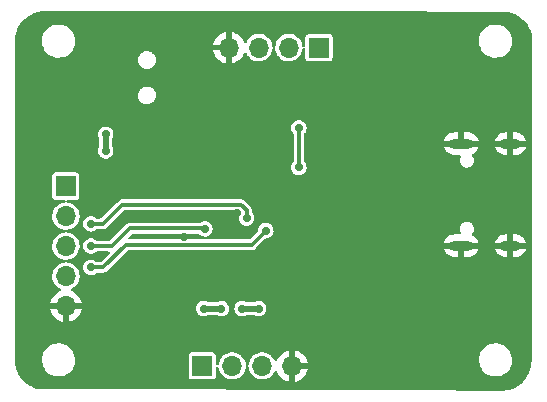
<source format=gbr>
%TF.GenerationSoftware,KiCad,Pcbnew,(6.0.5)*%
%TF.CreationDate,2022-05-28T10:37:04-07:00*%
%TF.ProjectId,stm32,73746d33-322e-46b6-9963-61645f706362,rev?*%
%TF.SameCoordinates,Original*%
%TF.FileFunction,Copper,L2,Bot*%
%TF.FilePolarity,Positive*%
%FSLAX46Y46*%
G04 Gerber Fmt 4.6, Leading zero omitted, Abs format (unit mm)*
G04 Created by KiCad (PCBNEW (6.0.5)) date 2022-05-28 10:37:04*
%MOMM*%
%LPD*%
G01*
G04 APERTURE LIST*
%TA.AperFunction,ComponentPad*%
%ADD10R,1.700000X1.700000*%
%TD*%
%TA.AperFunction,ComponentPad*%
%ADD11O,1.700000X1.700000*%
%TD*%
%TA.AperFunction,ComponentPad*%
%ADD12O,1.700000X0.900000*%
%TD*%
%TA.AperFunction,ComponentPad*%
%ADD13O,2.000000X0.900000*%
%TD*%
%TA.AperFunction,ViaPad*%
%ADD14C,0.700000*%
%TD*%
%TA.AperFunction,Conductor*%
%ADD15C,0.500000*%
%TD*%
%TA.AperFunction,Conductor*%
%ADD16C,0.300000*%
%TD*%
G04 APERTURE END LIST*
D10*
%TO.P,J5,1,Pin_1*%
%TO.N,+3V3*%
X61625000Y-86280000D03*
D11*
%TO.P,J5,2,Pin_2*%
%TO.N,/USER_IO_1*%
X61625000Y-88820000D03*
%TO.P,J5,3,Pin_3*%
%TO.N,/USER_IO_2*%
X61625000Y-91360000D03*
%TO.P,J5,4,Pin_4*%
%TO.N,/USER_IO_3*%
X61625000Y-93900000D03*
%TO.P,J5,5,Pin_5*%
%TO.N,GND*%
X61625000Y-96440000D03*
%TD*%
D10*
%TO.P,J2,1,Pin_1*%
%TO.N,+3V3*%
X83050000Y-74550000D03*
D11*
%TO.P,J2,2,Pin_2*%
%TO.N,/USART1_TX*%
X80510000Y-74550000D03*
%TO.P,J2,3,Pin_3*%
%TO.N,/USART1_RX*%
X77970000Y-74550000D03*
%TO.P,J2,4,Pin_4*%
%TO.N,GND*%
X75430000Y-74550000D03*
%TD*%
D10*
%TO.P,J4,1,Pin_1*%
%TO.N,+3V3*%
X73170000Y-101500000D03*
D11*
%TO.P,J4,2,Pin_2*%
%TO.N,/I2C2_SCL*%
X75710000Y-101500000D03*
%TO.P,J4,3,Pin_3*%
%TO.N,/I2C2_SDA*%
X78250000Y-101500000D03*
%TO.P,J4,4,Pin_4*%
%TO.N,GND*%
X80790000Y-101500000D03*
%TD*%
D12*
%TO.P,J1,S1,SHIELD*%
%TO.N,GND*%
X99265000Y-91320000D03*
D13*
X95095000Y-82680000D03*
D12*
X99265000Y-82680000D03*
D13*
X95095000Y-91320000D03*
%TD*%
D14*
%TO.N,GND*%
X92250000Y-94400000D03*
X71500000Y-86800000D03*
X85900000Y-85500000D03*
X93000000Y-77725000D03*
X93000000Y-73900000D03*
X93000000Y-76450000D03*
X89450000Y-95550000D03*
X78050000Y-93400000D03*
X68950000Y-83750000D03*
X92800000Y-91150000D03*
X70550000Y-84000000D03*
X89600000Y-91800000D03*
X60650000Y-80750000D03*
X71600000Y-90550011D03*
X76750000Y-84600000D03*
X72300000Y-83100000D03*
X76150000Y-88550000D03*
X65900000Y-87350000D03*
X94150000Y-94400000D03*
X90200000Y-95550000D03*
X71750000Y-74850000D03*
X81250000Y-90200000D03*
X72020000Y-94000000D03*
X90900000Y-88250000D03*
X92900000Y-83800000D03*
X89600000Y-91050000D03*
X91850000Y-84400000D03*
%TO.N,+3V3*%
X65000000Y-81900500D03*
X77949500Y-96650000D03*
X73290500Y-96659077D03*
X74800000Y-96650000D03*
X65000000Y-83299500D03*
X76550500Y-96650000D03*
%TO.N,/JTAG_RST*%
X81350000Y-84700000D03*
X81350000Y-81350000D03*
%TO.N,/USER_IO_1*%
X76930987Y-88996278D03*
X63750000Y-89475000D03*
%TO.N,/USER_IO_2*%
X73400000Y-89900000D03*
X63750000Y-91350000D03*
%TO.N,/USER_IO_3*%
X78550000Y-90050000D03*
X63750000Y-93150000D03*
%TD*%
D15*
%TO.N,+3V3*%
X77949500Y-96650000D02*
X76550500Y-96650000D01*
X73299577Y-96650000D02*
X73290500Y-96659077D01*
X65000000Y-83299500D02*
X65000000Y-81900500D01*
X74800000Y-96650000D02*
X73400000Y-96650000D01*
X73400000Y-96650000D02*
X73299577Y-96650000D01*
D16*
%TO.N,/JTAG_RST*%
X81350000Y-81350000D02*
X81350000Y-84700000D01*
%TO.N,/USER_IO_1*%
X63750000Y-89475000D02*
X64764259Y-89475000D01*
X66388770Y-87850489D02*
X76439748Y-87850489D01*
X76930987Y-88341728D02*
X76930987Y-88996278D01*
X76439748Y-87850489D02*
X76930987Y-88341728D01*
X64764259Y-89475000D02*
X66388770Y-87850489D01*
%TO.N,/USER_IO_2*%
X73350489Y-89850489D02*
X73400000Y-89900000D01*
X67049500Y-89850500D02*
X73350500Y-89850500D01*
X63750000Y-91350000D02*
X65550000Y-91350000D01*
X65550000Y-91350000D02*
X67049500Y-89850500D01*
X73350500Y-89850500D02*
X73400000Y-89900000D01*
%TO.N,/USER_IO_3*%
X77350489Y-91249511D02*
X78550000Y-90050000D01*
X64800000Y-93150000D02*
X63750000Y-93150000D01*
X66700489Y-91249511D02*
X64800000Y-93150000D01*
X66700489Y-91249511D02*
X77350489Y-91249511D01*
%TD*%
%TA.AperFunction,Conductor*%
%TO.N,GND*%
G36*
X85935449Y-71490762D02*
G01*
X98519618Y-71500476D01*
X98537137Y-71501735D01*
X98559742Y-71504980D01*
X98570359Y-71502756D01*
X98580491Y-71502433D01*
X98593885Y-71501216D01*
X98836257Y-71507351D01*
X98850370Y-71508518D01*
X99117420Y-71546093D01*
X99131301Y-71548864D01*
X99290005Y-71590110D01*
X99392278Y-71616691D01*
X99405783Y-71621039D01*
X99657302Y-71718232D01*
X99670222Y-71724095D01*
X99908987Y-71849381D01*
X99921152Y-71856681D01*
X100144042Y-72008420D01*
X100155294Y-72017063D01*
X100359390Y-72193269D01*
X100369581Y-72203139D01*
X100552224Y-72401517D01*
X100561215Y-72412479D01*
X100720004Y-72630426D01*
X100727667Y-72642317D01*
X100860528Y-72876990D01*
X100866794Y-72889703D01*
X100971970Y-73137994D01*
X100976745Y-73151348D01*
X101052871Y-73410032D01*
X101056087Y-73423833D01*
X101072550Y-73518760D01*
X101102163Y-73689510D01*
X101103784Y-73703605D01*
X101117650Y-73945577D01*
X101116849Y-73959222D01*
X101116849Y-73969214D01*
X101114965Y-73979899D01*
X101116849Y-73990583D01*
X101117621Y-73994962D01*
X101119504Y-74016813D01*
X101090019Y-85381698D01*
X101049580Y-100969234D01*
X101049579Y-100969478D01*
X101048322Y-100986765D01*
X101045021Y-101009779D01*
X101047245Y-101020393D01*
X101047568Y-101030466D01*
X101048793Y-101043930D01*
X101047602Y-101091400D01*
X101042772Y-101283970D01*
X101042644Y-101289055D01*
X101041481Y-101303168D01*
X101017788Y-101472081D01*
X101003639Y-101572953D01*
X101000874Y-101586842D01*
X100932518Y-101850550D01*
X100928187Y-101864033D01*
X100845824Y-102077714D01*
X100830210Y-102118221D01*
X100824373Y-102131118D01*
X100706134Y-102357034D01*
X100698048Y-102372484D01*
X100690775Y-102384637D01*
X100681497Y-102398302D01*
X100540087Y-102606586D01*
X100537751Y-102610026D01*
X100529139Y-102621269D01*
X100351416Y-102827735D01*
X100341580Y-102837923D01*
X100141479Y-103022775D01*
X100130544Y-103031775D01*
X99910661Y-103192611D01*
X99898777Y-103200303D01*
X99661986Y-103335020D01*
X99649313Y-103341301D01*
X99398698Y-103448143D01*
X99385384Y-103452940D01*
X99124222Y-103530508D01*
X99110454Y-103533754D01*
X98946430Y-103562661D01*
X98842166Y-103581035D01*
X98828101Y-103582693D01*
X98730843Y-103588552D01*
X98583333Y-103597438D01*
X98569844Y-103596685D01*
X98559761Y-103596716D01*
X98549075Y-103594865D01*
X98538399Y-103596781D01*
X98538397Y-103596781D01*
X98534658Y-103597452D01*
X98512436Y-103599402D01*
X90776058Y-103579437D01*
X59837357Y-103499596D01*
X59816157Y-103497713D01*
X59800000Y-103494864D01*
X59789316Y-103496748D01*
X59778466Y-103496748D01*
X59778466Y-103496710D01*
X59765816Y-103497432D01*
X59568691Y-103485508D01*
X59506204Y-103481729D01*
X59491341Y-103479924D01*
X59344106Y-103452942D01*
X59209202Y-103428220D01*
X59194668Y-103424637D01*
X58920831Y-103339306D01*
X58906831Y-103333997D01*
X58645263Y-103216275D01*
X58632004Y-103209316D01*
X58604371Y-103192611D01*
X58386538Y-103060927D01*
X58374217Y-103052422D01*
X58342522Y-103027590D01*
X58148426Y-102875526D01*
X58137219Y-102865597D01*
X57934403Y-102662781D01*
X57924473Y-102651573D01*
X57923632Y-102650500D01*
X57747576Y-102425780D01*
X57739072Y-102413460D01*
X57731238Y-102400500D01*
X57590684Y-102167996D01*
X57583725Y-102154737D01*
X57466003Y-101893169D01*
X57460694Y-101879169D01*
X57426591Y-101769730D01*
X57375363Y-101605332D01*
X57371780Y-101590798D01*
X57320076Y-101308659D01*
X57318271Y-101293794D01*
X57302568Y-101034184D01*
X57303290Y-101021534D01*
X57303252Y-101021534D01*
X57303252Y-101010684D01*
X57305136Y-101000000D01*
X57302384Y-100984391D01*
X57300500Y-100962861D01*
X57300500Y-100933789D01*
X59595996Y-100933789D01*
X59604913Y-101171295D01*
X59605990Y-101176430D01*
X59605991Y-101176435D01*
X59646356Y-101368814D01*
X59653719Y-101403904D01*
X59655648Y-101408788D01*
X59655649Y-101408792D01*
X59691669Y-101500000D01*
X59741020Y-101624963D01*
X59743741Y-101629447D01*
X59743743Y-101629451D01*
X59825452Y-101764103D01*
X59864319Y-101828153D01*
X60020090Y-102007664D01*
X60203880Y-102158362D01*
X60208441Y-102160958D01*
X60208442Y-102160959D01*
X60405875Y-102273345D01*
X60405880Y-102273347D01*
X60410433Y-102275939D01*
X60633844Y-102357034D01*
X60867725Y-102399326D01*
X60892619Y-102400500D01*
X61059680Y-102400500D01*
X61062296Y-102400278D01*
X61062297Y-102400278D01*
X61128671Y-102394646D01*
X72019500Y-102394646D01*
X72022618Y-102420846D01*
X72068061Y-102523153D01*
X72147287Y-102602241D01*
X72157758Y-102606870D01*
X72157759Y-102606871D01*
X72241147Y-102643737D01*
X72241149Y-102643738D01*
X72249673Y-102647506D01*
X72275354Y-102650500D01*
X74064646Y-102650500D01*
X74068300Y-102650065D01*
X74068302Y-102650065D01*
X74073266Y-102649474D01*
X74090846Y-102647382D01*
X74193153Y-102601939D01*
X74272241Y-102522713D01*
X74317506Y-102420327D01*
X74320500Y-102394646D01*
X74320500Y-101680300D01*
X74340185Y-101613261D01*
X74392989Y-101567506D01*
X74462147Y-101557562D01*
X74525703Y-101586587D01*
X74563477Y-101645365D01*
X74568234Y-101672190D01*
X74568423Y-101675072D01*
X74568425Y-101675082D01*
X74568796Y-101680749D01*
X74620845Y-101885690D01*
X74623219Y-101890841D01*
X74623221Y-101890845D01*
X74678611Y-102010995D01*
X74709369Y-102077714D01*
X74712647Y-102082352D01*
X74815682Y-102228143D01*
X74831405Y-102250391D01*
X74835476Y-102254357D01*
X74835477Y-102254358D01*
X74895310Y-102312645D01*
X74982865Y-102397937D01*
X74987588Y-102401093D01*
X74987592Y-102401096D01*
X75058663Y-102448584D01*
X75158677Y-102515411D01*
X75352953Y-102598878D01*
X75388277Y-102606871D01*
X75553638Y-102644289D01*
X75553642Y-102644290D01*
X75559186Y-102645544D01*
X75685315Y-102650500D01*
X75764789Y-102653623D01*
X75764791Y-102653623D01*
X75770470Y-102653846D01*
X75776090Y-102653031D01*
X75776092Y-102653031D01*
X75974103Y-102624320D01*
X75974104Y-102624320D01*
X75979730Y-102623504D01*
X76019435Y-102610026D01*
X76174565Y-102557367D01*
X76174568Y-102557366D01*
X76179955Y-102555537D01*
X76184916Y-102552759D01*
X76184922Y-102552756D01*
X76291530Y-102493052D01*
X76364442Y-102452219D01*
X76402165Y-102420846D01*
X76522645Y-102320644D01*
X76527012Y-102317012D01*
X76572084Y-102262818D01*
X76658584Y-102158813D01*
X76658585Y-102158811D01*
X76662219Y-102154442D01*
X76708078Y-102072556D01*
X76762756Y-101974922D01*
X76762759Y-101974916D01*
X76765537Y-101969955D01*
X76769113Y-101959422D01*
X76831675Y-101775118D01*
X76833504Y-101769730D01*
X76835726Y-101754404D01*
X76857820Y-101602033D01*
X76886921Y-101538512D01*
X76940225Y-101504346D01*
X77020974Y-101504346D01*
X77074347Y-101538736D01*
X77103296Y-101602327D01*
X77104271Y-101611707D01*
X77108796Y-101680749D01*
X77160845Y-101885690D01*
X77163219Y-101890841D01*
X77163221Y-101890845D01*
X77218611Y-102010995D01*
X77249369Y-102077714D01*
X77252647Y-102082352D01*
X77355682Y-102228143D01*
X77371405Y-102250391D01*
X77375476Y-102254357D01*
X77375477Y-102254358D01*
X77435310Y-102312645D01*
X77522865Y-102397937D01*
X77527588Y-102401093D01*
X77527592Y-102401096D01*
X77598663Y-102448584D01*
X77698677Y-102515411D01*
X77892953Y-102598878D01*
X77928277Y-102606871D01*
X78093638Y-102644289D01*
X78093642Y-102644290D01*
X78099186Y-102645544D01*
X78225315Y-102650500D01*
X78304789Y-102653623D01*
X78304791Y-102653623D01*
X78310470Y-102653846D01*
X78316090Y-102653031D01*
X78316092Y-102653031D01*
X78514103Y-102624320D01*
X78514104Y-102624320D01*
X78519730Y-102623504D01*
X78559435Y-102610026D01*
X78714565Y-102557367D01*
X78714568Y-102557366D01*
X78719955Y-102555537D01*
X78724916Y-102552759D01*
X78724922Y-102552756D01*
X78831530Y-102493052D01*
X78904442Y-102452219D01*
X78942165Y-102420846D01*
X79062645Y-102320644D01*
X79067012Y-102317012D01*
X79112084Y-102262818D01*
X79198584Y-102158813D01*
X79198585Y-102158811D01*
X79202219Y-102154442D01*
X79304059Y-101972594D01*
X79353990Y-101923721D01*
X79422418Y-101909601D01*
X79487617Y-101934717D01*
X79524630Y-101980778D01*
X79614110Y-102172667D01*
X79619508Y-102182017D01*
X79748784Y-102366643D01*
X79755719Y-102374907D01*
X79915091Y-102534279D01*
X79923357Y-102541215D01*
X80107992Y-102670498D01*
X80117324Y-102675886D01*
X80321603Y-102771143D01*
X80331736Y-102774832D01*
X80522779Y-102826022D01*
X80536653Y-102825691D01*
X80540000Y-102817875D01*
X80540000Y-102812806D01*
X81040000Y-102812806D01*
X81043910Y-102826123D01*
X81052326Y-102827333D01*
X81248264Y-102774832D01*
X81258397Y-102771143D01*
X81462676Y-102675886D01*
X81472008Y-102670498D01*
X81656643Y-102541215D01*
X81664909Y-102534279D01*
X81824281Y-102374907D01*
X81831216Y-102366643D01*
X81960492Y-102182017D01*
X81965890Y-102172667D01*
X82061143Y-101968397D01*
X82064832Y-101958264D01*
X82116022Y-101767221D01*
X82115691Y-101753347D01*
X82107875Y-101750000D01*
X81057830Y-101750000D01*
X81042831Y-101754404D01*
X81041644Y-101755774D01*
X81040000Y-101763332D01*
X81040000Y-102812806D01*
X80540000Y-102812806D01*
X80540000Y-101232170D01*
X81040000Y-101232170D01*
X81044404Y-101247169D01*
X81045774Y-101248356D01*
X81053332Y-101250000D01*
X82102806Y-101250000D01*
X82116123Y-101246090D01*
X82117333Y-101237674D01*
X82064832Y-101041736D01*
X82061143Y-101031603D01*
X82015531Y-100933789D01*
X96595996Y-100933789D01*
X96604913Y-101171295D01*
X96605990Y-101176430D01*
X96605991Y-101176435D01*
X96646356Y-101368814D01*
X96653719Y-101403904D01*
X96655648Y-101408788D01*
X96655649Y-101408792D01*
X96691669Y-101500000D01*
X96741020Y-101624963D01*
X96743741Y-101629447D01*
X96743743Y-101629451D01*
X96825452Y-101764103D01*
X96864319Y-101828153D01*
X97020090Y-102007664D01*
X97203880Y-102158362D01*
X97208441Y-102160958D01*
X97208442Y-102160959D01*
X97405875Y-102273345D01*
X97405880Y-102273347D01*
X97410433Y-102275939D01*
X97633844Y-102357034D01*
X97867725Y-102399326D01*
X97892619Y-102400500D01*
X98059680Y-102400500D01*
X98062296Y-102400278D01*
X98062297Y-102400278D01*
X98231590Y-102385913D01*
X98236823Y-102385469D01*
X98466874Y-102325760D01*
X98683576Y-102228143D01*
X98880732Y-102095409D01*
X99052705Y-101931355D01*
X99194579Y-101740670D01*
X99225044Y-101680749D01*
X99299913Y-101533493D01*
X99299915Y-101533488D01*
X99302295Y-101528807D01*
X99309891Y-101504346D01*
X99371215Y-101306848D01*
X99372775Y-101301824D01*
X99373466Y-101296612D01*
X99403315Y-101071412D01*
X99403315Y-101071408D01*
X99404004Y-101066211D01*
X99395087Y-100828705D01*
X99392838Y-100817983D01*
X99347361Y-100601242D01*
X99347360Y-100601239D01*
X99346281Y-100596096D01*
X99341243Y-100583337D01*
X99294792Y-100465719D01*
X99258980Y-100375037D01*
X99244289Y-100350826D01*
X99138408Y-100176341D01*
X99135681Y-100171847D01*
X98979910Y-99992336D01*
X98796120Y-99841638D01*
X98678687Y-99774791D01*
X98594125Y-99726655D01*
X98594120Y-99726653D01*
X98589567Y-99724061D01*
X98366156Y-99642966D01*
X98132275Y-99600674D01*
X98107381Y-99599500D01*
X97940320Y-99599500D01*
X97937704Y-99599722D01*
X97937703Y-99599722D01*
X97926484Y-99600674D01*
X97763177Y-99614531D01*
X97533126Y-99674240D01*
X97316424Y-99771857D01*
X97119268Y-99904591D01*
X96947295Y-100068645D01*
X96805421Y-100259330D01*
X96803042Y-100264008D01*
X96803042Y-100264009D01*
X96703381Y-100460030D01*
X96697705Y-100471193D01*
X96696146Y-100476213D01*
X96696145Y-100476216D01*
X96654904Y-100609035D01*
X96627225Y-100698176D01*
X96626534Y-100703386D01*
X96626534Y-100703388D01*
X96604950Y-100866236D01*
X96595996Y-100933789D01*
X82015531Y-100933789D01*
X81965890Y-100827333D01*
X81960492Y-100817983D01*
X81831216Y-100633357D01*
X81824281Y-100625093D01*
X81664909Y-100465721D01*
X81656643Y-100458785D01*
X81472008Y-100329502D01*
X81462676Y-100324114D01*
X81258397Y-100228857D01*
X81248264Y-100225168D01*
X81057221Y-100173978D01*
X81043347Y-100174309D01*
X81040000Y-100182125D01*
X81040000Y-101232170D01*
X80540000Y-101232170D01*
X80540000Y-100187194D01*
X80536090Y-100173877D01*
X80527674Y-100172667D01*
X80331736Y-100225168D01*
X80321603Y-100228857D01*
X80117333Y-100324110D01*
X80107983Y-100329508D01*
X79923357Y-100458784D01*
X79915093Y-100465719D01*
X79755719Y-100625093D01*
X79748784Y-100633357D01*
X79619508Y-100817983D01*
X79614110Y-100827333D01*
X79522664Y-101023438D01*
X79476491Y-101075877D01*
X79409298Y-101095029D01*
X79342417Y-101074813D01*
X79299071Y-101025878D01*
X79235165Y-100896290D01*
X79108651Y-100726867D01*
X79104481Y-100723012D01*
X79104478Y-100723009D01*
X78998552Y-100625093D01*
X78953381Y-100583337D01*
X78947574Y-100579673D01*
X78779363Y-100473539D01*
X78779361Y-100473538D01*
X78774554Y-100470505D01*
X78578160Y-100392152D01*
X78572579Y-100391042D01*
X78572576Y-100391041D01*
X78469553Y-100370549D01*
X78370775Y-100350901D01*
X78365088Y-100350827D01*
X78365083Y-100350826D01*
X78165034Y-100348207D01*
X78165029Y-100348207D01*
X78159346Y-100348133D01*
X78153742Y-100349096D01*
X78153741Y-100349096D01*
X77956550Y-100382979D01*
X77956547Y-100382980D01*
X77950953Y-100383941D01*
X77752575Y-100457127D01*
X77747697Y-100460029D01*
X77747695Y-100460030D01*
X77575740Y-100562332D01*
X77575737Y-100562334D01*
X77570856Y-100565238D01*
X77411881Y-100704655D01*
X77408362Y-100709119D01*
X77408359Y-100709122D01*
X77390782Y-100731419D01*
X77280976Y-100870708D01*
X77182523Y-101057836D01*
X77180837Y-101063267D01*
X77180835Y-101063271D01*
X77176921Y-101075877D01*
X77119820Y-101259773D01*
X77102851Y-101403140D01*
X77075425Y-101467398D01*
X77020974Y-101504346D01*
X76940225Y-101504346D01*
X76940667Y-101504063D01*
X76888057Y-101472081D01*
X76857453Y-101409271D01*
X76856232Y-101399909D01*
X76846601Y-101295100D01*
X76846081Y-101289440D01*
X76788686Y-101085931D01*
X76695165Y-100896290D01*
X76568651Y-100726867D01*
X76564481Y-100723012D01*
X76564478Y-100723009D01*
X76458552Y-100625093D01*
X76413381Y-100583337D01*
X76407574Y-100579673D01*
X76239363Y-100473539D01*
X76239361Y-100473538D01*
X76234554Y-100470505D01*
X76038160Y-100392152D01*
X76032579Y-100391042D01*
X76032576Y-100391041D01*
X75929553Y-100370549D01*
X75830775Y-100350901D01*
X75825088Y-100350827D01*
X75825083Y-100350826D01*
X75625034Y-100348207D01*
X75625029Y-100348207D01*
X75619346Y-100348133D01*
X75613742Y-100349096D01*
X75613741Y-100349096D01*
X75416550Y-100382979D01*
X75416547Y-100382980D01*
X75410953Y-100383941D01*
X75212575Y-100457127D01*
X75207697Y-100460029D01*
X75207695Y-100460030D01*
X75035740Y-100562332D01*
X75035737Y-100562334D01*
X75030856Y-100565238D01*
X74871881Y-100704655D01*
X74868362Y-100709119D01*
X74868359Y-100709122D01*
X74850782Y-100731419D01*
X74740976Y-100870708D01*
X74642523Y-101057836D01*
X74640837Y-101063267D01*
X74640835Y-101063271D01*
X74636921Y-101075877D01*
X74579820Y-101259773D01*
X74579152Y-101265418D01*
X74579151Y-101265422D01*
X74567640Y-101362681D01*
X74540213Y-101426942D01*
X74482397Y-101466173D01*
X74412549Y-101467919D01*
X74352845Y-101431625D01*
X74322241Y-101368814D01*
X74320500Y-101348106D01*
X74320500Y-100605354D01*
X74317382Y-100579154D01*
X74271939Y-100476847D01*
X74192713Y-100397759D01*
X74182242Y-100393130D01*
X74182241Y-100393129D01*
X74098853Y-100356263D01*
X74098851Y-100356262D01*
X74090327Y-100352494D01*
X74064646Y-100349500D01*
X72275354Y-100349500D01*
X72271700Y-100349935D01*
X72271698Y-100349935D01*
X72266734Y-100350526D01*
X72249154Y-100352618D01*
X72146847Y-100398061D01*
X72067759Y-100477287D01*
X72063130Y-100487758D01*
X72063129Y-100487759D01*
X72028876Y-100565238D01*
X72022494Y-100579673D01*
X72019500Y-100605354D01*
X72019500Y-102394646D01*
X61128671Y-102394646D01*
X61231590Y-102385913D01*
X61236823Y-102385469D01*
X61466874Y-102325760D01*
X61683576Y-102228143D01*
X61880732Y-102095409D01*
X62052705Y-101931355D01*
X62194579Y-101740670D01*
X62225044Y-101680749D01*
X62299913Y-101533493D01*
X62299915Y-101533488D01*
X62302295Y-101528807D01*
X62309891Y-101504346D01*
X62371215Y-101306848D01*
X62372775Y-101301824D01*
X62373466Y-101296612D01*
X62403315Y-101071412D01*
X62403315Y-101071408D01*
X62404004Y-101066211D01*
X62395087Y-100828705D01*
X62392838Y-100817983D01*
X62347361Y-100601242D01*
X62347360Y-100601239D01*
X62346281Y-100596096D01*
X62341243Y-100583337D01*
X62294792Y-100465719D01*
X62258980Y-100375037D01*
X62244289Y-100350826D01*
X62138408Y-100176341D01*
X62135681Y-100171847D01*
X61979910Y-99992336D01*
X61796120Y-99841638D01*
X61678687Y-99774791D01*
X61594125Y-99726655D01*
X61594120Y-99726653D01*
X61589567Y-99724061D01*
X61366156Y-99642966D01*
X61132275Y-99600674D01*
X61107381Y-99599500D01*
X60940320Y-99599500D01*
X60937704Y-99599722D01*
X60937703Y-99599722D01*
X60926484Y-99600674D01*
X60763177Y-99614531D01*
X60533126Y-99674240D01*
X60316424Y-99771857D01*
X60119268Y-99904591D01*
X59947295Y-100068645D01*
X59805421Y-100259330D01*
X59803042Y-100264008D01*
X59803042Y-100264009D01*
X59703381Y-100460030D01*
X59697705Y-100471193D01*
X59696146Y-100476213D01*
X59696145Y-100476216D01*
X59654904Y-100609035D01*
X59627225Y-100698176D01*
X59626534Y-100703386D01*
X59626534Y-100703388D01*
X59604950Y-100866236D01*
X59595996Y-100933789D01*
X57300500Y-100933789D01*
X57300500Y-96702326D01*
X60297667Y-96702326D01*
X60350168Y-96898264D01*
X60353857Y-96908397D01*
X60449110Y-97112667D01*
X60454508Y-97122017D01*
X60583784Y-97306643D01*
X60590719Y-97314907D01*
X60750091Y-97474279D01*
X60758357Y-97481215D01*
X60942992Y-97610498D01*
X60952324Y-97615886D01*
X61156603Y-97711143D01*
X61166736Y-97714832D01*
X61357779Y-97766022D01*
X61371653Y-97765691D01*
X61375000Y-97757875D01*
X61375000Y-97752806D01*
X61875000Y-97752806D01*
X61878910Y-97766123D01*
X61887326Y-97767333D01*
X62083264Y-97714832D01*
X62093397Y-97711143D01*
X62297676Y-97615886D01*
X62307008Y-97610498D01*
X62491643Y-97481215D01*
X62499909Y-97474279D01*
X62659281Y-97314907D01*
X62666216Y-97306643D01*
X62795492Y-97122017D01*
X62800890Y-97112667D01*
X62896143Y-96908397D01*
X62899832Y-96898264D01*
X62951022Y-96707221D01*
X62950691Y-96693347D01*
X62942875Y-96690000D01*
X61892830Y-96690000D01*
X61877831Y-96694404D01*
X61876644Y-96695774D01*
X61875000Y-96703332D01*
X61875000Y-97752806D01*
X61375000Y-97752806D01*
X61375000Y-96707830D01*
X61370596Y-96692831D01*
X61369226Y-96691644D01*
X61361668Y-96690000D01*
X60312194Y-96690000D01*
X60298877Y-96693910D01*
X60297667Y-96702326D01*
X57300500Y-96702326D01*
X57300500Y-96652215D01*
X72635258Y-96652215D01*
X72636078Y-96659643D01*
X72636078Y-96659645D01*
X72641398Y-96707830D01*
X72652535Y-96808710D01*
X72706643Y-96956567D01*
X72710814Y-96962774D01*
X72784188Y-97071965D01*
X72794458Y-97087249D01*
X72822392Y-97112667D01*
X72905378Y-97188179D01*
X72905382Y-97188182D01*
X72910910Y-97193212D01*
X72917480Y-97196779D01*
X72917481Y-97196780D01*
X73042708Y-97264773D01*
X73049276Y-97268339D01*
X73151531Y-97295165D01*
X73194341Y-97306396D01*
X73194343Y-97306396D01*
X73201569Y-97308292D01*
X73278627Y-97309502D01*
X73351525Y-97310648D01*
X73351528Y-97310648D01*
X73358995Y-97310765D01*
X73366276Y-97309097D01*
X73366280Y-97309097D01*
X73505181Y-97277284D01*
X73512468Y-97275615D01*
X73635528Y-97213722D01*
X73691244Y-97200500D01*
X74419058Y-97200500D01*
X74478226Y-97215527D01*
X74558776Y-97259262D01*
X74661031Y-97286088D01*
X74703841Y-97297319D01*
X74703843Y-97297319D01*
X74711069Y-97299215D01*
X74788127Y-97300425D01*
X74861025Y-97301571D01*
X74861028Y-97301571D01*
X74868495Y-97301688D01*
X74875776Y-97300020D01*
X74875780Y-97300020D01*
X75014681Y-97268207D01*
X75021968Y-97266538D01*
X75162625Y-97195795D01*
X75168306Y-97190943D01*
X75168309Y-97190941D01*
X75276666Y-97098395D01*
X75276667Y-97098394D01*
X75282348Y-97093542D01*
X75293393Y-97078172D01*
X75313798Y-97049775D01*
X75374224Y-96965683D01*
X75432950Y-96819598D01*
X75435557Y-96801282D01*
X75454562Y-96667744D01*
X75454562Y-96667740D01*
X75455134Y-96663723D01*
X75455278Y-96650000D01*
X75454448Y-96643138D01*
X75895258Y-96643138D01*
X75896078Y-96650566D01*
X75896078Y-96650568D01*
X75900613Y-96691644D01*
X75912535Y-96799633D01*
X75915101Y-96806645D01*
X75915102Y-96806649D01*
X75917134Y-96812201D01*
X75966643Y-96947490D01*
X76054458Y-97078172D01*
X76076683Y-97098395D01*
X76165378Y-97179102D01*
X76165382Y-97179105D01*
X76170910Y-97184135D01*
X76177480Y-97187702D01*
X76177481Y-97187703D01*
X76302708Y-97255696D01*
X76309276Y-97259262D01*
X76411531Y-97286088D01*
X76454341Y-97297319D01*
X76454343Y-97297319D01*
X76461569Y-97299215D01*
X76538627Y-97300425D01*
X76611525Y-97301571D01*
X76611528Y-97301571D01*
X76618995Y-97301688D01*
X76626276Y-97300020D01*
X76626280Y-97300020D01*
X76765177Y-97268208D01*
X76765178Y-97268208D01*
X76772468Y-97266538D01*
X76877481Y-97213722D01*
X76933197Y-97200500D01*
X77568558Y-97200500D01*
X77627726Y-97215527D01*
X77708276Y-97259262D01*
X77810531Y-97286088D01*
X77853341Y-97297319D01*
X77853343Y-97297319D01*
X77860569Y-97299215D01*
X77937627Y-97300425D01*
X78010525Y-97301571D01*
X78010528Y-97301571D01*
X78017995Y-97301688D01*
X78025276Y-97300020D01*
X78025280Y-97300020D01*
X78164181Y-97268207D01*
X78171468Y-97266538D01*
X78312125Y-97195795D01*
X78317806Y-97190943D01*
X78317809Y-97190941D01*
X78426166Y-97098395D01*
X78426167Y-97098394D01*
X78431848Y-97093542D01*
X78442893Y-97078172D01*
X78463298Y-97049775D01*
X78523724Y-96965683D01*
X78582450Y-96819598D01*
X78585057Y-96801282D01*
X78604062Y-96667744D01*
X78604062Y-96667740D01*
X78604634Y-96663723D01*
X78604778Y-96650000D01*
X78603051Y-96635727D01*
X78586762Y-96501119D01*
X78586761Y-96501115D01*
X78585863Y-96493694D01*
X78530210Y-96346412D01*
X78521837Y-96334229D01*
X78445268Y-96222821D01*
X78445265Y-96222818D01*
X78441031Y-96216657D01*
X78391784Y-96172779D01*
X78329059Y-96116893D01*
X78329058Y-96116892D01*
X78323476Y-96111919D01*
X78184331Y-96038245D01*
X78071428Y-96009886D01*
X78038878Y-96001710D01*
X78031628Y-95999889D01*
X77949829Y-95999461D01*
X77881658Y-95999104D01*
X77881657Y-95999104D01*
X77874184Y-95999065D01*
X77866921Y-96000809D01*
X77866918Y-96000809D01*
X77825358Y-96010787D01*
X77721088Y-96035820D01*
X77696862Y-96048324D01*
X77624468Y-96085689D01*
X77567596Y-96099500D01*
X76931824Y-96099500D01*
X76873801Y-96085087D01*
X76791943Y-96041745D01*
X76791937Y-96041743D01*
X76785331Y-96038245D01*
X76672428Y-96009886D01*
X76639878Y-96001710D01*
X76632628Y-95999889D01*
X76550829Y-95999461D01*
X76482658Y-95999104D01*
X76482657Y-95999104D01*
X76475184Y-95999065D01*
X76467921Y-96000809D01*
X76467918Y-96000809D01*
X76426358Y-96010787D01*
X76322088Y-96035820D01*
X76182179Y-96108032D01*
X76063534Y-96211533D01*
X75973001Y-96340348D01*
X75915809Y-96487039D01*
X75895258Y-96643138D01*
X75454448Y-96643138D01*
X75453551Y-96635727D01*
X75437262Y-96501119D01*
X75437261Y-96501115D01*
X75436363Y-96493694D01*
X75380710Y-96346412D01*
X75372337Y-96334229D01*
X75295768Y-96222821D01*
X75295765Y-96222818D01*
X75291531Y-96216657D01*
X75242284Y-96172779D01*
X75179559Y-96116893D01*
X75179558Y-96116892D01*
X75173976Y-96111919D01*
X75034831Y-96038245D01*
X74921928Y-96009886D01*
X74889378Y-96001710D01*
X74882128Y-95999889D01*
X74800329Y-95999461D01*
X74732158Y-95999104D01*
X74732157Y-95999104D01*
X74724684Y-95999065D01*
X74717421Y-96000809D01*
X74717418Y-96000809D01*
X74675858Y-96010787D01*
X74571588Y-96035820D01*
X74547362Y-96048324D01*
X74474968Y-96085689D01*
X74418096Y-96099500D01*
X73654680Y-96099500D01*
X73596656Y-96085087D01*
X73531939Y-96050821D01*
X73525331Y-96047322D01*
X73372628Y-96008966D01*
X73290829Y-96008538D01*
X73222658Y-96008181D01*
X73222657Y-96008181D01*
X73215184Y-96008142D01*
X73207921Y-96009886D01*
X73207918Y-96009886D01*
X73138636Y-96026520D01*
X73062088Y-96044897D01*
X72922179Y-96117109D01*
X72803534Y-96220610D01*
X72713001Y-96349425D01*
X72655809Y-96496116D01*
X72635258Y-96652215D01*
X57300500Y-96652215D01*
X57300500Y-96172779D01*
X60298978Y-96172779D01*
X60299309Y-96186653D01*
X60307125Y-96190000D01*
X62937806Y-96190000D01*
X62951123Y-96186090D01*
X62952333Y-96177674D01*
X62899832Y-95981736D01*
X62896143Y-95971603D01*
X62800890Y-95767333D01*
X62795492Y-95757983D01*
X62666216Y-95573357D01*
X62659281Y-95565093D01*
X62499909Y-95405721D01*
X62491643Y-95398785D01*
X62307008Y-95269502D01*
X62297676Y-95264114D01*
X62105778Y-95174630D01*
X62053339Y-95128458D01*
X62034187Y-95061264D01*
X62054403Y-94994383D01*
X62097594Y-94954059D01*
X62279442Y-94852219D01*
X62442012Y-94717012D01*
X62445644Y-94712645D01*
X62573584Y-94558813D01*
X62573585Y-94558811D01*
X62577219Y-94554442D01*
X62623078Y-94472556D01*
X62677756Y-94374922D01*
X62677759Y-94374916D01*
X62680537Y-94369955D01*
X62711009Y-94280189D01*
X62746675Y-94175118D01*
X62748504Y-94169730D01*
X62778846Y-93960470D01*
X62780429Y-93900000D01*
X62761081Y-93689440D01*
X62703686Y-93485931D01*
X62610165Y-93296290D01*
X62495801Y-93143138D01*
X63094758Y-93143138D01*
X63112035Y-93299633D01*
X63166143Y-93447490D01*
X63253958Y-93578172D01*
X63279748Y-93601639D01*
X63364878Y-93679102D01*
X63364882Y-93679105D01*
X63370410Y-93684135D01*
X63376980Y-93687702D01*
X63376981Y-93687703D01*
X63391885Y-93695795D01*
X63508776Y-93759262D01*
X63611031Y-93786088D01*
X63653841Y-93797319D01*
X63653843Y-93797319D01*
X63661069Y-93799215D01*
X63738127Y-93800425D01*
X63811025Y-93801571D01*
X63811028Y-93801571D01*
X63818495Y-93801688D01*
X63825776Y-93800020D01*
X63825780Y-93800020D01*
X63964681Y-93768207D01*
X63971968Y-93766538D01*
X64112625Y-93695795D01*
X64118306Y-93690943D01*
X64118309Y-93690941D01*
X64189415Y-93630210D01*
X64253177Y-93601639D01*
X64269947Y-93600500D01*
X64765897Y-93600500D01*
X64780471Y-93601359D01*
X64805105Y-93604275D01*
X64805108Y-93604275D01*
X64814310Y-93605364D01*
X64850975Y-93598668D01*
X64872022Y-93594824D01*
X64875864Y-93594184D01*
X64909017Y-93589199D01*
X64933962Y-93585449D01*
X64940475Y-93582321D01*
X64947573Y-93581025D01*
X64955799Y-93576752D01*
X64999663Y-93553967D01*
X65003146Y-93552227D01*
X65056079Y-93526809D01*
X65061299Y-93521984D01*
X65061520Y-93521835D01*
X65067788Y-93518579D01*
X65072828Y-93514275D01*
X65110097Y-93477006D01*
X65113607Y-93473631D01*
X65148749Y-93441147D01*
X65148751Y-93441144D01*
X65155556Y-93434854D01*
X65159237Y-93428516D01*
X65164828Y-93422275D01*
X66850773Y-91736330D01*
X66912096Y-91702845D01*
X66938454Y-91700011D01*
X77316386Y-91700011D01*
X77330960Y-91700870D01*
X77355594Y-91703786D01*
X77355597Y-91703786D01*
X77364799Y-91704875D01*
X77401463Y-91698179D01*
X77422511Y-91694335D01*
X77426353Y-91693695D01*
X77459506Y-91688710D01*
X77484451Y-91684960D01*
X77490964Y-91681832D01*
X77498062Y-91680536D01*
X77549730Y-91653697D01*
X77550152Y-91653478D01*
X77553635Y-91651738D01*
X77606568Y-91626320D01*
X77611788Y-91621495D01*
X77612009Y-91621346D01*
X77618277Y-91618090D01*
X77623317Y-91613786D01*
X77657185Y-91579918D01*
X93628359Y-91579918D01*
X93684573Y-91732704D01*
X93690052Y-91743939D01*
X93785132Y-91897287D01*
X93792760Y-91907192D01*
X93916730Y-92038287D01*
X93926199Y-92046460D01*
X94073994Y-92149947D01*
X94084912Y-92156049D01*
X94250497Y-92227704D01*
X94262418Y-92231486D01*
X94440521Y-92268693D01*
X94449940Y-92269917D01*
X94453126Y-92270000D01*
X94827170Y-92270000D01*
X94842169Y-92265596D01*
X94843356Y-92264226D01*
X94845000Y-92256668D01*
X94845000Y-92252170D01*
X95345000Y-92252170D01*
X95349404Y-92267169D01*
X95350774Y-92268356D01*
X95358332Y-92270000D01*
X95690091Y-92270000D01*
X95696353Y-92269683D01*
X95830755Y-92256030D01*
X95843005Y-92253516D01*
X96015184Y-92199558D01*
X96026667Y-92194637D01*
X96184482Y-92107159D01*
X96194744Y-92100027D01*
X96331739Y-91982607D01*
X96340363Y-91973551D01*
X96450947Y-91830987D01*
X96457575Y-91820380D01*
X96537235Y-91658490D01*
X96541594Y-91646770D01*
X96557097Y-91587251D01*
X96556871Y-91579918D01*
X97948359Y-91579918D01*
X98004573Y-91732704D01*
X98010052Y-91743939D01*
X98105132Y-91897287D01*
X98112760Y-91907192D01*
X98236730Y-92038287D01*
X98246199Y-92046460D01*
X98393994Y-92149947D01*
X98404912Y-92156049D01*
X98570497Y-92227704D01*
X98582418Y-92231486D01*
X98760521Y-92268693D01*
X98769940Y-92269917D01*
X98773126Y-92270000D01*
X98997170Y-92270000D01*
X99012169Y-92265596D01*
X99013356Y-92264226D01*
X99015000Y-92256668D01*
X99015000Y-92252170D01*
X99515000Y-92252170D01*
X99519404Y-92267169D01*
X99520774Y-92268356D01*
X99528332Y-92270000D01*
X99710091Y-92270000D01*
X99716353Y-92269683D01*
X99850755Y-92256030D01*
X99863005Y-92253516D01*
X100035184Y-92199558D01*
X100046667Y-92194637D01*
X100204482Y-92107159D01*
X100214744Y-92100027D01*
X100351739Y-91982607D01*
X100360363Y-91973551D01*
X100470947Y-91830987D01*
X100477575Y-91820380D01*
X100557235Y-91658490D01*
X100561594Y-91646770D01*
X100577097Y-91587251D01*
X100576670Y-91573381D01*
X100568621Y-91570000D01*
X99532830Y-91570000D01*
X99517831Y-91574404D01*
X99516644Y-91575774D01*
X99515000Y-91583332D01*
X99515000Y-92252170D01*
X99015000Y-92252170D01*
X99015000Y-91587830D01*
X99010596Y-91572831D01*
X99009226Y-91571644D01*
X99001668Y-91570000D01*
X97962540Y-91570000D01*
X97949223Y-91573910D01*
X97948359Y-91579918D01*
X96556871Y-91579918D01*
X96556670Y-91573381D01*
X96548621Y-91570000D01*
X95362830Y-91570000D01*
X95347831Y-91574404D01*
X95346644Y-91575774D01*
X95345000Y-91583332D01*
X95345000Y-92252170D01*
X94845000Y-92252170D01*
X94845000Y-91587830D01*
X94840596Y-91572831D01*
X94839226Y-91571644D01*
X94831668Y-91570000D01*
X93642540Y-91570000D01*
X93629223Y-91573910D01*
X93628359Y-91579918D01*
X77657185Y-91579918D01*
X77660586Y-91576517D01*
X77664096Y-91573142D01*
X77699238Y-91540658D01*
X77699240Y-91540655D01*
X77706045Y-91534365D01*
X77709726Y-91528027D01*
X77715317Y-91521786D01*
X78184354Y-91052749D01*
X93632903Y-91052749D01*
X93633330Y-91066619D01*
X93641379Y-91070000D01*
X96547460Y-91070000D01*
X96560777Y-91066090D01*
X96561641Y-91060082D01*
X96558943Y-91052749D01*
X97952903Y-91052749D01*
X97953330Y-91066619D01*
X97961379Y-91070000D01*
X98997170Y-91070000D01*
X99012169Y-91065596D01*
X99013356Y-91064226D01*
X99015000Y-91056668D01*
X99015000Y-91052170D01*
X99515000Y-91052170D01*
X99519404Y-91067169D01*
X99520774Y-91068356D01*
X99528332Y-91070000D01*
X100567460Y-91070000D01*
X100580777Y-91066090D01*
X100581641Y-91060082D01*
X100525427Y-90907296D01*
X100519948Y-90896061D01*
X100424868Y-90742713D01*
X100417240Y-90732808D01*
X100293270Y-90601713D01*
X100283801Y-90593540D01*
X100136006Y-90490053D01*
X100125088Y-90483951D01*
X99959503Y-90412296D01*
X99947582Y-90408514D01*
X99769479Y-90371307D01*
X99760060Y-90370083D01*
X99756874Y-90370000D01*
X99532830Y-90370000D01*
X99517831Y-90374404D01*
X99516644Y-90375774D01*
X99515000Y-90383332D01*
X99515000Y-91052170D01*
X99015000Y-91052170D01*
X99015000Y-90387830D01*
X99010596Y-90372831D01*
X99009226Y-90371644D01*
X99001668Y-90370000D01*
X98819909Y-90370000D01*
X98813647Y-90370317D01*
X98679245Y-90383970D01*
X98666995Y-90386484D01*
X98494816Y-90440442D01*
X98483333Y-90445363D01*
X98325518Y-90532841D01*
X98315256Y-90539973D01*
X98178261Y-90657393D01*
X98169637Y-90666449D01*
X98059053Y-90809013D01*
X98052425Y-90819620D01*
X97972765Y-90981510D01*
X97968406Y-90993230D01*
X97952903Y-91052749D01*
X96558943Y-91052749D01*
X96505427Y-90907296D01*
X96499948Y-90896061D01*
X96404868Y-90742713D01*
X96397240Y-90732808D01*
X96273270Y-90601713D01*
X96263801Y-90593540D01*
X96116006Y-90490053D01*
X96105093Y-90483954D01*
X96079148Y-90472727D01*
X96025440Y-90428037D01*
X96004419Y-90361404D01*
X96022759Y-90293985D01*
X96030018Y-90283439D01*
X96094589Y-90199288D01*
X96099536Y-90192841D01*
X96126986Y-90126571D01*
X96156934Y-90054271D01*
X96156935Y-90054269D01*
X96160044Y-90046762D01*
X96180682Y-89890000D01*
X96160044Y-89733238D01*
X96122914Y-89643597D01*
X96102646Y-89594667D01*
X96099536Y-89587159D01*
X96038820Y-89508032D01*
X96008229Y-89468165D01*
X96003282Y-89461718D01*
X95981069Y-89444673D01*
X95930250Y-89405679D01*
X95877841Y-89365464D01*
X95851625Y-89354605D01*
X95739271Y-89308066D01*
X95739269Y-89308065D01*
X95731762Y-89304956D01*
X95723703Y-89303895D01*
X95618381Y-89290029D01*
X95618377Y-89290029D01*
X95614361Y-89289500D01*
X95535639Y-89289500D01*
X95531623Y-89290029D01*
X95531619Y-89290029D01*
X95426297Y-89303895D01*
X95418238Y-89304956D01*
X95410731Y-89308065D01*
X95410729Y-89308066D01*
X95298375Y-89354605D01*
X95272159Y-89365464D01*
X95219750Y-89405679D01*
X95168932Y-89444673D01*
X95146718Y-89461718D01*
X95141771Y-89468165D01*
X95111180Y-89508032D01*
X95050464Y-89587159D01*
X95047354Y-89594667D01*
X95027087Y-89643597D01*
X94989956Y-89733238D01*
X94969318Y-89890000D01*
X94989956Y-90046762D01*
X94993065Y-90054269D01*
X94993066Y-90054271D01*
X95050464Y-90192841D01*
X95048888Y-90193494D01*
X95063056Y-90251906D01*
X95040201Y-90317932D01*
X94985278Y-90361120D01*
X94939197Y-90370000D01*
X94499909Y-90370000D01*
X94493647Y-90370317D01*
X94359245Y-90383970D01*
X94346995Y-90386484D01*
X94174816Y-90440442D01*
X94163333Y-90445363D01*
X94005518Y-90532841D01*
X93995256Y-90539973D01*
X93858261Y-90657393D01*
X93849637Y-90666449D01*
X93739053Y-90809013D01*
X93732425Y-90819620D01*
X93652765Y-90981510D01*
X93648406Y-90993230D01*
X93632903Y-91052749D01*
X78184354Y-91052749D01*
X78499571Y-90737532D01*
X78560894Y-90704047D01*
X78589199Y-90701228D01*
X78611024Y-90701571D01*
X78611027Y-90701571D01*
X78618495Y-90701688D01*
X78625776Y-90700020D01*
X78625780Y-90700020D01*
X78764681Y-90668207D01*
X78771968Y-90666538D01*
X78912625Y-90595795D01*
X78918306Y-90590943D01*
X78918309Y-90590941D01*
X79026666Y-90498395D01*
X79026667Y-90498394D01*
X79032348Y-90493542D01*
X79124224Y-90365683D01*
X79182950Y-90219598D01*
X79184030Y-90212011D01*
X79204562Y-90067744D01*
X79204562Y-90067740D01*
X79205134Y-90063723D01*
X79205278Y-90050000D01*
X79201744Y-90020795D01*
X79187262Y-89901119D01*
X79187261Y-89901115D01*
X79186363Y-89893694D01*
X79172052Y-89855820D01*
X79133354Y-89753408D01*
X79133352Y-89753405D01*
X79130710Y-89746412D01*
X79113311Y-89721096D01*
X79045768Y-89622821D01*
X79045765Y-89622818D01*
X79041531Y-89616657D01*
X78944733Y-89530413D01*
X78929559Y-89516893D01*
X78929558Y-89516892D01*
X78923976Y-89511919D01*
X78784831Y-89438245D01*
X78632128Y-89399889D01*
X78550329Y-89399461D01*
X78482158Y-89399104D01*
X78482157Y-89399104D01*
X78474684Y-89399065D01*
X78467421Y-89400809D01*
X78467418Y-89400809D01*
X78413837Y-89413673D01*
X78321588Y-89435820D01*
X78181679Y-89508032D01*
X78063034Y-89611533D01*
X77972501Y-89740348D01*
X77915309Y-89887039D01*
X77897258Y-90024154D01*
X77896462Y-90030197D01*
X77868196Y-90094094D01*
X77861204Y-90101693D01*
X77200205Y-90762692D01*
X77138882Y-90796177D01*
X77112524Y-90799011D01*
X73472844Y-90799011D01*
X73457496Y-90794504D01*
X73457467Y-90794522D01*
X73424405Y-90799011D01*
X67037454Y-90799011D01*
X66970415Y-90779326D01*
X66924660Y-90726522D01*
X66914716Y-90657364D01*
X66943741Y-90593808D01*
X66949773Y-90587330D01*
X67199784Y-90337319D01*
X67261107Y-90303834D01*
X67287465Y-90301000D01*
X72826125Y-90301000D01*
X72893164Y-90320685D01*
X72909578Y-90333286D01*
X73014878Y-90429102D01*
X73014882Y-90429105D01*
X73020410Y-90434135D01*
X73026980Y-90437702D01*
X73026981Y-90437703D01*
X73152208Y-90505696D01*
X73158776Y-90509262D01*
X73248655Y-90532841D01*
X73303841Y-90547319D01*
X73303843Y-90547319D01*
X73311069Y-90549215D01*
X73424012Y-90550989D01*
X73426353Y-90551026D01*
X73440696Y-90555483D01*
X73459880Y-90551691D01*
X73461025Y-90551571D01*
X73468495Y-90551688D01*
X73621968Y-90516538D01*
X73762625Y-90445795D01*
X73768306Y-90440943D01*
X73768309Y-90440941D01*
X73876666Y-90348395D01*
X73876667Y-90348394D01*
X73882348Y-90343542D01*
X73893393Y-90328172D01*
X73948195Y-90251906D01*
X73974224Y-90215683D01*
X74032950Y-90069598D01*
X74034003Y-90062201D01*
X74054562Y-89917744D01*
X74054562Y-89917740D01*
X74055134Y-89913723D01*
X74055183Y-89909127D01*
X74055235Y-89904064D01*
X74055278Y-89900000D01*
X74052733Y-89878967D01*
X74037262Y-89751119D01*
X74037261Y-89751115D01*
X74036363Y-89743694D01*
X74000191Y-89647966D01*
X73983354Y-89603408D01*
X73983352Y-89603405D01*
X73980710Y-89596412D01*
X73945672Y-89545432D01*
X73895768Y-89472821D01*
X73895765Y-89472818D01*
X73891531Y-89466657D01*
X73838072Y-89419027D01*
X73779559Y-89366893D01*
X73779558Y-89366892D01*
X73773976Y-89361919D01*
X73634831Y-89288245D01*
X73482128Y-89249889D01*
X73400329Y-89249461D01*
X73332158Y-89249104D01*
X73332157Y-89249104D01*
X73324684Y-89249065D01*
X73317421Y-89250809D01*
X73317418Y-89250809D01*
X73248136Y-89267442D01*
X73171588Y-89285820D01*
X73109178Y-89318032D01*
X73038318Y-89354605D01*
X73038316Y-89354607D01*
X73031679Y-89358032D01*
X73020352Y-89367913D01*
X73018598Y-89369443D01*
X72955139Y-89398679D01*
X72937085Y-89400000D01*
X67083602Y-89400000D01*
X67069028Y-89399141D01*
X67044394Y-89396225D01*
X67044391Y-89396225D01*
X67035189Y-89395136D01*
X66999196Y-89401710D01*
X66977465Y-89405679D01*
X66973624Y-89406318D01*
X66915538Y-89415051D01*
X66909025Y-89418179D01*
X66901927Y-89419475D01*
X66893701Y-89423748D01*
X66849831Y-89446536D01*
X66846357Y-89448271D01*
X66793421Y-89473691D01*
X66788199Y-89478518D01*
X66787986Y-89478661D01*
X66781711Y-89481921D01*
X66776672Y-89486225D01*
X66739403Y-89523494D01*
X66735893Y-89526869D01*
X66700751Y-89559353D01*
X66700749Y-89559356D01*
X66693944Y-89565646D01*
X66690263Y-89571984D01*
X66684672Y-89578225D01*
X65399716Y-90863181D01*
X65338393Y-90896666D01*
X65312035Y-90899500D01*
X64269502Y-90899500D01*
X64202463Y-90879815D01*
X64187013Y-90868083D01*
X64129559Y-90816893D01*
X64129557Y-90816892D01*
X64123976Y-90811919D01*
X63984831Y-90738245D01*
X63832128Y-90699889D01*
X63750329Y-90699461D01*
X63682158Y-90699104D01*
X63682157Y-90699104D01*
X63674684Y-90699065D01*
X63667421Y-90700809D01*
X63667418Y-90700809D01*
X63598136Y-90717443D01*
X63521588Y-90735820D01*
X63381679Y-90808032D01*
X63263034Y-90911533D01*
X63172501Y-91040348D01*
X63115309Y-91187039D01*
X63094758Y-91343138D01*
X63095578Y-91350566D01*
X63095578Y-91350568D01*
X63097023Y-91363653D01*
X63112035Y-91499633D01*
X63114601Y-91506645D01*
X63114602Y-91506649D01*
X63141415Y-91579918D01*
X63166143Y-91647490D01*
X63253958Y-91778172D01*
X63279748Y-91801639D01*
X63364878Y-91879102D01*
X63364882Y-91879105D01*
X63370410Y-91884135D01*
X63376980Y-91887702D01*
X63376981Y-91887703D01*
X63477254Y-91942147D01*
X63508776Y-91959262D01*
X63597763Y-91982607D01*
X63653841Y-91997319D01*
X63653843Y-91997319D01*
X63661069Y-91999215D01*
X63738127Y-92000425D01*
X63811025Y-92001571D01*
X63811028Y-92001571D01*
X63818495Y-92001688D01*
X63825776Y-92000020D01*
X63825780Y-92000020D01*
X63964681Y-91968207D01*
X63971968Y-91966538D01*
X64112625Y-91895795D01*
X64118306Y-91890943D01*
X64118309Y-91890941D01*
X64189415Y-91830210D01*
X64253177Y-91801639D01*
X64269947Y-91800500D01*
X65213035Y-91800500D01*
X65280074Y-91820185D01*
X65325829Y-91872989D01*
X65335773Y-91942147D01*
X65306748Y-92005703D01*
X65300716Y-92012181D01*
X64649716Y-92663181D01*
X64588393Y-92696666D01*
X64562035Y-92699500D01*
X64269502Y-92699500D01*
X64202463Y-92679815D01*
X64187013Y-92668083D01*
X64129559Y-92616893D01*
X64129557Y-92616892D01*
X64123976Y-92611919D01*
X63984831Y-92538245D01*
X63855530Y-92505767D01*
X63839378Y-92501710D01*
X63832128Y-92499889D01*
X63750329Y-92499461D01*
X63682158Y-92499104D01*
X63682157Y-92499104D01*
X63674684Y-92499065D01*
X63667421Y-92500809D01*
X63667418Y-92500809D01*
X63598136Y-92517443D01*
X63521588Y-92535820D01*
X63381679Y-92608032D01*
X63263034Y-92711533D01*
X63172501Y-92840348D01*
X63115309Y-92987039D01*
X63094758Y-93143138D01*
X62495801Y-93143138D01*
X62483651Y-93126867D01*
X62479481Y-93123012D01*
X62479478Y-93123009D01*
X62340407Y-92994454D01*
X62328381Y-92983337D01*
X62149554Y-92870505D01*
X61953160Y-92792152D01*
X61947579Y-92791042D01*
X61947576Y-92791041D01*
X61751355Y-92752011D01*
X61751356Y-92752011D01*
X61745775Y-92750901D01*
X61745744Y-92750901D01*
X61682828Y-92725019D01*
X61642841Y-92667723D01*
X61640178Y-92597904D01*
X61675684Y-92537729D01*
X61742606Y-92505562D01*
X61889103Y-92484320D01*
X61889104Y-92484320D01*
X61894730Y-92483504D01*
X61973890Y-92456633D01*
X62089565Y-92417367D01*
X62089568Y-92417366D01*
X62094955Y-92415537D01*
X62099916Y-92412759D01*
X62099922Y-92412756D01*
X62206530Y-92353052D01*
X62279442Y-92312219D01*
X62330587Y-92269683D01*
X62437645Y-92180644D01*
X62442012Y-92177012D01*
X62464522Y-92149947D01*
X62573584Y-92018813D01*
X62573585Y-92018811D01*
X62577219Y-92014442D01*
X62646383Y-91890941D01*
X62677756Y-91834922D01*
X62677759Y-91834916D01*
X62680537Y-91829955D01*
X62683788Y-91820380D01*
X62746675Y-91635118D01*
X62748504Y-91629730D01*
X62778846Y-91420470D01*
X62780429Y-91360000D01*
X62761081Y-91149440D01*
X62703686Y-90945931D01*
X62610165Y-90756290D01*
X62483651Y-90586867D01*
X62479481Y-90583012D01*
X62479478Y-90583009D01*
X62399698Y-90509262D01*
X62328381Y-90443337D01*
X62295090Y-90422332D01*
X62154363Y-90333539D01*
X62154361Y-90333538D01*
X62149554Y-90330505D01*
X61953160Y-90252152D01*
X61947579Y-90251042D01*
X61947576Y-90251041D01*
X61753356Y-90212409D01*
X61745775Y-90210901D01*
X61745744Y-90210901D01*
X61682828Y-90185019D01*
X61642841Y-90127723D01*
X61640178Y-90057904D01*
X61675684Y-89997729D01*
X61742606Y-89965562D01*
X61889103Y-89944320D01*
X61889104Y-89944320D01*
X61894730Y-89943504D01*
X61933439Y-89930364D01*
X62089565Y-89877367D01*
X62089568Y-89877366D01*
X62094955Y-89875537D01*
X62099916Y-89872759D01*
X62099922Y-89872756D01*
X62206530Y-89813052D01*
X62279442Y-89772219D01*
X62294310Y-89759854D01*
X62437645Y-89640644D01*
X62442012Y-89637012D01*
X62460747Y-89614485D01*
X62573584Y-89478813D01*
X62573585Y-89478811D01*
X62577219Y-89474442D01*
X62580749Y-89468138D01*
X63094758Y-89468138D01*
X63095578Y-89475566D01*
X63095578Y-89475568D01*
X63105791Y-89568076D01*
X63112035Y-89624633D01*
X63114601Y-89631645D01*
X63114602Y-89631649D01*
X63144206Y-89712544D01*
X63166143Y-89772490D01*
X63253958Y-89903172D01*
X63299179Y-89944320D01*
X63364878Y-90004102D01*
X63364882Y-90004105D01*
X63370410Y-90009135D01*
X63376980Y-90012702D01*
X63376981Y-90012703D01*
X63502208Y-90080696D01*
X63508776Y-90084262D01*
X63575220Y-90101693D01*
X63653841Y-90122319D01*
X63653843Y-90122319D01*
X63661069Y-90124215D01*
X63738127Y-90125425D01*
X63811025Y-90126571D01*
X63811028Y-90126571D01*
X63818495Y-90126688D01*
X63825776Y-90125020D01*
X63825780Y-90125020D01*
X63964681Y-90093207D01*
X63971968Y-90091538D01*
X64112625Y-90020795D01*
X64118306Y-90015943D01*
X64118309Y-90015941D01*
X64189415Y-89955210D01*
X64253177Y-89926639D01*
X64269947Y-89925500D01*
X64730156Y-89925500D01*
X64744730Y-89926359D01*
X64769364Y-89929275D01*
X64769367Y-89929275D01*
X64778569Y-89930364D01*
X64815234Y-89923668D01*
X64836281Y-89919824D01*
X64840123Y-89919184D01*
X64876445Y-89913723D01*
X64898221Y-89910449D01*
X64904734Y-89907321D01*
X64911832Y-89906025D01*
X64927167Y-89898059D01*
X64963922Y-89878967D01*
X64967405Y-89877227D01*
X65020338Y-89851809D01*
X65025558Y-89846984D01*
X65025779Y-89846835D01*
X65032047Y-89843579D01*
X65037087Y-89839275D01*
X65074356Y-89802006D01*
X65077866Y-89798631D01*
X65113008Y-89766147D01*
X65113010Y-89766144D01*
X65119815Y-89759854D01*
X65123496Y-89753516D01*
X65129087Y-89747275D01*
X66539054Y-88337308D01*
X66600377Y-88303823D01*
X66626735Y-88300989D01*
X76201783Y-88300989D01*
X76268822Y-88320674D01*
X76289464Y-88337308D01*
X76397536Y-88445380D01*
X76431021Y-88506703D01*
X76426037Y-88576395D01*
X76411307Y-88604358D01*
X76403757Y-88615101D01*
X76357788Y-88680507D01*
X76357786Y-88680510D01*
X76353488Y-88686626D01*
X76296296Y-88833317D01*
X76275745Y-88989416D01*
X76276565Y-88996844D01*
X76276565Y-88996846D01*
X76278461Y-89014022D01*
X76293022Y-89145911D01*
X76295588Y-89152923D01*
X76295589Y-89152927D01*
X76300135Y-89165348D01*
X76347130Y-89293768D01*
X76351301Y-89299975D01*
X76415979Y-89396225D01*
X76434945Y-89424450D01*
X76475902Y-89461718D01*
X76545865Y-89525380D01*
X76545869Y-89525383D01*
X76551397Y-89530413D01*
X76557967Y-89533980D01*
X76557968Y-89533981D01*
X76672951Y-89596412D01*
X76689763Y-89605540D01*
X76755635Y-89622821D01*
X76834828Y-89643597D01*
X76834830Y-89643597D01*
X76842056Y-89645493D01*
X76919114Y-89646703D01*
X76992012Y-89647849D01*
X76992015Y-89647849D01*
X76999482Y-89647966D01*
X77006763Y-89646298D01*
X77006767Y-89646298D01*
X77145668Y-89614485D01*
X77152955Y-89612816D01*
X77293612Y-89542073D01*
X77299293Y-89537221D01*
X77299296Y-89537219D01*
X77407653Y-89444673D01*
X77407654Y-89444672D01*
X77413335Y-89439820D01*
X77420763Y-89429484D01*
X77469000Y-89362354D01*
X77505211Y-89311961D01*
X77563937Y-89165876D01*
X77565780Y-89152927D01*
X77585549Y-89014022D01*
X77585549Y-89014018D01*
X77586121Y-89010001D01*
X77586176Y-89004815D01*
X77586222Y-89000342D01*
X77586265Y-88996278D01*
X77578659Y-88933421D01*
X77568249Y-88847397D01*
X77568248Y-88847393D01*
X77567350Y-88839972D01*
X77511697Y-88692690D01*
X77458371Y-88615101D01*
X77426755Y-88569099D01*
X77426752Y-88569096D01*
X77422518Y-88562935D01*
X77416932Y-88557958D01*
X77412475Y-88552903D01*
X77382905Y-88489599D01*
X77381487Y-88470898D01*
X77381487Y-88375831D01*
X77382346Y-88361257D01*
X77385262Y-88336621D01*
X77385262Y-88336620D01*
X77386351Y-88327418D01*
X77384686Y-88318302D01*
X77384686Y-88318295D01*
X77375805Y-88269666D01*
X77375165Y-88265825D01*
X77367814Y-88216930D01*
X77367814Y-88216929D01*
X77366436Y-88207766D01*
X77363310Y-88201256D01*
X77362013Y-88194155D01*
X77355691Y-88181984D01*
X77334948Y-88142050D01*
X77333208Y-88138568D01*
X77311809Y-88094005D01*
X77311808Y-88094003D01*
X77307796Y-88085649D01*
X77302970Y-88080429D01*
X77302827Y-88080216D01*
X77299567Y-88073940D01*
X77295262Y-88068900D01*
X77257993Y-88031631D01*
X77254618Y-88028121D01*
X77222134Y-87992979D01*
X77222131Y-87992977D01*
X77215841Y-87986172D01*
X77209503Y-87982491D01*
X77203262Y-87976900D01*
X76782415Y-87556053D01*
X76772717Y-87545140D01*
X76757359Y-87525659D01*
X76751620Y-87518379D01*
X76703302Y-87484984D01*
X76700202Y-87482770D01*
X76652932Y-87447855D01*
X76646116Y-87445462D01*
X76640179Y-87441358D01*
X76584229Y-87423663D01*
X76580539Y-87422432D01*
X76533864Y-87406041D01*
X76533860Y-87406040D01*
X76525117Y-87402970D01*
X76518013Y-87402691D01*
X76517762Y-87402642D01*
X76511018Y-87400509D01*
X76504411Y-87399989D01*
X76451680Y-87399989D01*
X76446811Y-87399893D01*
X76399021Y-87398015D01*
X76399020Y-87398015D01*
X76389754Y-87397651D01*
X76382670Y-87399529D01*
X76374310Y-87399989D01*
X66422872Y-87399989D01*
X66408298Y-87399130D01*
X66383664Y-87396214D01*
X66383661Y-87396214D01*
X66374459Y-87395125D01*
X66321272Y-87404839D01*
X66316733Y-87405668D01*
X66312889Y-87406308D01*
X66263972Y-87413662D01*
X66263970Y-87413663D01*
X66254808Y-87415040D01*
X66248295Y-87418167D01*
X66241196Y-87419464D01*
X66232972Y-87423736D01*
X66189106Y-87446522D01*
X66185623Y-87448262D01*
X66181256Y-87450359D01*
X66132691Y-87473680D01*
X66127468Y-87478508D01*
X66127258Y-87478649D01*
X66120981Y-87481910D01*
X66115942Y-87486214D01*
X66078673Y-87523483D01*
X66075163Y-87526858D01*
X66040021Y-87559342D01*
X66040019Y-87559345D01*
X66033214Y-87565635D01*
X66029533Y-87571973D01*
X66023942Y-87578214D01*
X64613975Y-88988181D01*
X64552652Y-89021666D01*
X64526294Y-89024500D01*
X64269502Y-89024500D01*
X64202463Y-89004815D01*
X64187013Y-88993083D01*
X64129559Y-88941893D01*
X64129557Y-88941892D01*
X64123976Y-88936919D01*
X63984831Y-88863245D01*
X63895202Y-88840732D01*
X63839378Y-88826710D01*
X63832128Y-88824889D01*
X63750329Y-88824461D01*
X63682158Y-88824104D01*
X63682157Y-88824104D01*
X63674684Y-88824065D01*
X63667421Y-88825809D01*
X63667418Y-88825809D01*
X63608426Y-88839972D01*
X63521588Y-88860820D01*
X63381679Y-88933032D01*
X63263034Y-89036533D01*
X63172501Y-89165348D01*
X63115309Y-89312039D01*
X63094758Y-89468138D01*
X62580749Y-89468138D01*
X62623078Y-89392556D01*
X62677756Y-89294922D01*
X62677759Y-89294916D01*
X62680537Y-89289955D01*
X62693520Y-89251710D01*
X62746675Y-89095118D01*
X62748504Y-89089730D01*
X62778846Y-88880470D01*
X62780429Y-88820000D01*
X62761081Y-88609440D01*
X62703686Y-88405931D01*
X62610165Y-88216290D01*
X62483651Y-88046867D01*
X62479481Y-88043012D01*
X62479478Y-88043009D01*
X62407961Y-87976900D01*
X62328381Y-87903337D01*
X62149554Y-87790505D01*
X61953160Y-87712152D01*
X61947579Y-87711042D01*
X61947576Y-87711041D01*
X61771998Y-87676117D01*
X61710087Y-87643732D01*
X61675513Y-87583017D01*
X61679252Y-87513247D01*
X61720118Y-87456575D01*
X61785136Y-87430994D01*
X61796189Y-87430500D01*
X62519646Y-87430500D01*
X62523300Y-87430065D01*
X62523302Y-87430065D01*
X62528266Y-87429474D01*
X62545846Y-87427382D01*
X62648153Y-87381939D01*
X62727241Y-87302713D01*
X62772506Y-87200327D01*
X62775500Y-87174646D01*
X62775500Y-85385354D01*
X62772382Y-85359154D01*
X62726939Y-85256847D01*
X62647713Y-85177759D01*
X62637242Y-85173130D01*
X62637241Y-85173129D01*
X62553853Y-85136263D01*
X62553851Y-85136262D01*
X62545327Y-85132494D01*
X62519646Y-85129500D01*
X60730354Y-85129500D01*
X60726700Y-85129935D01*
X60726698Y-85129935D01*
X60721734Y-85130526D01*
X60704154Y-85132618D01*
X60601847Y-85178061D01*
X60522759Y-85257287D01*
X60518130Y-85267758D01*
X60518129Y-85267759D01*
X60481762Y-85350020D01*
X60477494Y-85359673D01*
X60474500Y-85385354D01*
X60474500Y-87174646D01*
X60477618Y-87200846D01*
X60523061Y-87303153D01*
X60602287Y-87382241D01*
X60612758Y-87386870D01*
X60612759Y-87386871D01*
X60696147Y-87423737D01*
X60696149Y-87423738D01*
X60704673Y-87427506D01*
X60730354Y-87430500D01*
X61463437Y-87430500D01*
X61530476Y-87450185D01*
X61576231Y-87502989D01*
X61586175Y-87572147D01*
X61557150Y-87635703D01*
X61498372Y-87673477D01*
X61484436Y-87676709D01*
X61331550Y-87702979D01*
X61331547Y-87702980D01*
X61325953Y-87703941D01*
X61127575Y-87777127D01*
X61122697Y-87780029D01*
X61122695Y-87780030D01*
X60950740Y-87882332D01*
X60950737Y-87882334D01*
X60945856Y-87885238D01*
X60786881Y-88024655D01*
X60783362Y-88029119D01*
X60783359Y-88029122D01*
X60738797Y-88085649D01*
X60655976Y-88190708D01*
X60557523Y-88377836D01*
X60555837Y-88383267D01*
X60555835Y-88383271D01*
X60511180Y-88527086D01*
X60494820Y-88579773D01*
X60494152Y-88585418D01*
X60494151Y-88585422D01*
X60480627Y-88699686D01*
X60469967Y-88789754D01*
X60470338Y-88795416D01*
X60470338Y-88795420D01*
X60472389Y-88826710D01*
X60483796Y-89000749D01*
X60535845Y-89205690D01*
X60538219Y-89210841D01*
X60538221Y-89210845D01*
X60610160Y-89366893D01*
X60624369Y-89397714D01*
X60653722Y-89439247D01*
X60743052Y-89565646D01*
X60746405Y-89570391D01*
X60897865Y-89717937D01*
X60902588Y-89721093D01*
X60902592Y-89721096D01*
X60970016Y-89766147D01*
X61073677Y-89835411D01*
X61267953Y-89918878D01*
X61297218Y-89925500D01*
X61468638Y-89964289D01*
X61468642Y-89964290D01*
X61474186Y-89965544D01*
X61493328Y-89966296D01*
X61559543Y-89988596D01*
X61603190Y-90043156D01*
X61610412Y-90112651D01*
X61578914Y-90175018D01*
X61518699Y-90210457D01*
X61509460Y-90212409D01*
X61331550Y-90242979D01*
X61331547Y-90242980D01*
X61325953Y-90243941D01*
X61127575Y-90317127D01*
X61122697Y-90320029D01*
X61122695Y-90320030D01*
X60950740Y-90422332D01*
X60950737Y-90422334D01*
X60945856Y-90425238D01*
X60786881Y-90564655D01*
X60783362Y-90569119D01*
X60783359Y-90569122D01*
X60762332Y-90595795D01*
X60655976Y-90730708D01*
X60557523Y-90917836D01*
X60555837Y-90923267D01*
X60555835Y-90923271D01*
X60512068Y-91064226D01*
X60494820Y-91119773D01*
X60494152Y-91125418D01*
X60494151Y-91125422D01*
X60485981Y-91194454D01*
X60469967Y-91329754D01*
X60470338Y-91335416D01*
X60470338Y-91335420D01*
X60471949Y-91360000D01*
X60483796Y-91540749D01*
X60535845Y-91745690D01*
X60538219Y-91750841D01*
X60538221Y-91750845D01*
X60610298Y-91907192D01*
X60624369Y-91937714D01*
X60639598Y-91959262D01*
X60668403Y-92000020D01*
X60746405Y-92110391D01*
X60897865Y-92257937D01*
X60902588Y-92261093D01*
X60902592Y-92261096D01*
X60973663Y-92308584D01*
X61073677Y-92375411D01*
X61267953Y-92458878D01*
X61331283Y-92473208D01*
X61468638Y-92504289D01*
X61468642Y-92504290D01*
X61474186Y-92505544D01*
X61493328Y-92506296D01*
X61559543Y-92528596D01*
X61603190Y-92583156D01*
X61610412Y-92652651D01*
X61578914Y-92715018D01*
X61518699Y-92750457D01*
X61509460Y-92752409D01*
X61331550Y-92782979D01*
X61331547Y-92782980D01*
X61325953Y-92783941D01*
X61127575Y-92857127D01*
X61122697Y-92860029D01*
X61122695Y-92860030D01*
X60950740Y-92962332D01*
X60950737Y-92962334D01*
X60945856Y-92965238D01*
X60786881Y-93104655D01*
X60783362Y-93109119D01*
X60783359Y-93109122D01*
X60750686Y-93150568D01*
X60655976Y-93270708D01*
X60557523Y-93457836D01*
X60555837Y-93463267D01*
X60555835Y-93463271D01*
X60511714Y-93605364D01*
X60494820Y-93659773D01*
X60494152Y-93665418D01*
X60494151Y-93665422D01*
X60478037Y-93801571D01*
X60469967Y-93869754D01*
X60470338Y-93875416D01*
X60470338Y-93875420D01*
X60471949Y-93900000D01*
X60483796Y-94080749D01*
X60535845Y-94285690D01*
X60538219Y-94290841D01*
X60538221Y-94290845D01*
X60576981Y-94374922D01*
X60624369Y-94477714D01*
X60746405Y-94650391D01*
X60897865Y-94797937D01*
X60902588Y-94801093D01*
X60902592Y-94801096D01*
X60973663Y-94848584D01*
X61073677Y-94915411D01*
X61078903Y-94917656D01*
X61078908Y-94917659D01*
X61145322Y-94946192D01*
X61199148Y-94990741D01*
X61220343Y-95057318D01*
X61202180Y-95124785D01*
X61148780Y-95172504D01*
X60952333Y-95264110D01*
X60942983Y-95269508D01*
X60758357Y-95398784D01*
X60750093Y-95405719D01*
X60590719Y-95565093D01*
X60583784Y-95573357D01*
X60454508Y-95757983D01*
X60449110Y-95767333D01*
X60353857Y-95971603D01*
X60350168Y-95981736D01*
X60298978Y-96172779D01*
X57300500Y-96172779D01*
X57300500Y-84693138D01*
X80694758Y-84693138D01*
X80695578Y-84700566D01*
X80695578Y-84700568D01*
X80697474Y-84717744D01*
X80712035Y-84849633D01*
X80766143Y-84997490D01*
X80853958Y-85128172D01*
X80876183Y-85148395D01*
X80964878Y-85229102D01*
X80964882Y-85229105D01*
X80970410Y-85234135D01*
X80976980Y-85237702D01*
X80976981Y-85237703D01*
X81032337Y-85267759D01*
X81108776Y-85309262D01*
X81211031Y-85336088D01*
X81253841Y-85347319D01*
X81253843Y-85347319D01*
X81261069Y-85349215D01*
X81338127Y-85350425D01*
X81411025Y-85351571D01*
X81411028Y-85351571D01*
X81418495Y-85351688D01*
X81425776Y-85350020D01*
X81425780Y-85350020D01*
X81564681Y-85318207D01*
X81571968Y-85316538D01*
X81712625Y-85245795D01*
X81718306Y-85240943D01*
X81718309Y-85240941D01*
X81826666Y-85148395D01*
X81826667Y-85148394D01*
X81832348Y-85143542D01*
X81837485Y-85136394D01*
X81863798Y-85099775D01*
X81924224Y-85015683D01*
X81982950Y-84869598D01*
X81984793Y-84856649D01*
X82004562Y-84717744D01*
X82004562Y-84717740D01*
X82005134Y-84713723D01*
X82005278Y-84700000D01*
X82003551Y-84685727D01*
X81987262Y-84551119D01*
X81987261Y-84551115D01*
X81986363Y-84543694D01*
X81930710Y-84396412D01*
X81922337Y-84384229D01*
X81845768Y-84272821D01*
X81845765Y-84272818D01*
X81841531Y-84266657D01*
X81835945Y-84261680D01*
X81831488Y-84256625D01*
X81801918Y-84193321D01*
X81800500Y-84174620D01*
X81800500Y-82939918D01*
X93628359Y-82939918D01*
X93684573Y-83092704D01*
X93690052Y-83103939D01*
X93785132Y-83257287D01*
X93792760Y-83267192D01*
X93916730Y-83398287D01*
X93926199Y-83406460D01*
X94073994Y-83509947D01*
X94084912Y-83516049D01*
X94250497Y-83587704D01*
X94262418Y-83591486D01*
X94440521Y-83628693D01*
X94449940Y-83629917D01*
X94453126Y-83630000D01*
X94939197Y-83630000D01*
X95006236Y-83649685D01*
X95051991Y-83702489D01*
X95061935Y-83771647D01*
X95049748Y-83806862D01*
X95050464Y-83807159D01*
X95008379Y-83908762D01*
X94989956Y-83953238D01*
X94969318Y-84110000D01*
X94989956Y-84266762D01*
X94993065Y-84274269D01*
X94993066Y-84274271D01*
X95041105Y-84390247D01*
X95050464Y-84412841D01*
X95146718Y-84538282D01*
X95153165Y-84543229D01*
X95209438Y-84586409D01*
X95272159Y-84634536D01*
X95279667Y-84637646D01*
X95410729Y-84691934D01*
X95410731Y-84691935D01*
X95418238Y-84695044D01*
X95426297Y-84696105D01*
X95531619Y-84709971D01*
X95531623Y-84709971D01*
X95535639Y-84710500D01*
X95614361Y-84710500D01*
X95618377Y-84709971D01*
X95618381Y-84709971D01*
X95723703Y-84696105D01*
X95731762Y-84695044D01*
X95739269Y-84691935D01*
X95739271Y-84691934D01*
X95870333Y-84637646D01*
X95877841Y-84634536D01*
X95940562Y-84586409D01*
X95996835Y-84543229D01*
X96003282Y-84538282D01*
X96099536Y-84412841D01*
X96108895Y-84390247D01*
X96156934Y-84274271D01*
X96156935Y-84274269D01*
X96160044Y-84266762D01*
X96180682Y-84110000D01*
X96160044Y-83953238D01*
X96144636Y-83916038D01*
X96102646Y-83814667D01*
X96099536Y-83807159D01*
X96029451Y-83715822D01*
X96004258Y-83650655D01*
X96018296Y-83582211D01*
X96067712Y-83531885D01*
X96184482Y-83467159D01*
X96194744Y-83460027D01*
X96331739Y-83342607D01*
X96340363Y-83333551D01*
X96450947Y-83190987D01*
X96457575Y-83180380D01*
X96537235Y-83018490D01*
X96541594Y-83006770D01*
X96557097Y-82947251D01*
X96556871Y-82939918D01*
X97948359Y-82939918D01*
X98004573Y-83092704D01*
X98010052Y-83103939D01*
X98105132Y-83257287D01*
X98112760Y-83267192D01*
X98236730Y-83398287D01*
X98246199Y-83406460D01*
X98393994Y-83509947D01*
X98404912Y-83516049D01*
X98570497Y-83587704D01*
X98582418Y-83591486D01*
X98760521Y-83628693D01*
X98769940Y-83629917D01*
X98773126Y-83630000D01*
X98997170Y-83630000D01*
X99012169Y-83625596D01*
X99013356Y-83624226D01*
X99015000Y-83616668D01*
X99015000Y-83612170D01*
X99515000Y-83612170D01*
X99519404Y-83627169D01*
X99520774Y-83628356D01*
X99528332Y-83630000D01*
X99710091Y-83630000D01*
X99716353Y-83629683D01*
X99850755Y-83616030D01*
X99863005Y-83613516D01*
X100035184Y-83559558D01*
X100046667Y-83554637D01*
X100204482Y-83467159D01*
X100214744Y-83460027D01*
X100351739Y-83342607D01*
X100360363Y-83333551D01*
X100470947Y-83190987D01*
X100477575Y-83180380D01*
X100557235Y-83018490D01*
X100561594Y-83006770D01*
X100577097Y-82947251D01*
X100576670Y-82933381D01*
X100568621Y-82930000D01*
X99532830Y-82930000D01*
X99517831Y-82934404D01*
X99516644Y-82935774D01*
X99515000Y-82943332D01*
X99515000Y-83612170D01*
X99015000Y-83612170D01*
X99015000Y-82947830D01*
X99010596Y-82932831D01*
X99009226Y-82931644D01*
X99001668Y-82930000D01*
X97962540Y-82930000D01*
X97949223Y-82933910D01*
X97948359Y-82939918D01*
X96556871Y-82939918D01*
X96556670Y-82933381D01*
X96548621Y-82930000D01*
X93642540Y-82930000D01*
X93629223Y-82933910D01*
X93628359Y-82939918D01*
X81800500Y-82939918D01*
X81800500Y-82412749D01*
X93632903Y-82412749D01*
X93633330Y-82426619D01*
X93641379Y-82430000D01*
X94827170Y-82430000D01*
X94842169Y-82425596D01*
X94843356Y-82424226D01*
X94845000Y-82416668D01*
X94845000Y-82412170D01*
X95345000Y-82412170D01*
X95349404Y-82427169D01*
X95350774Y-82428356D01*
X95358332Y-82430000D01*
X96547460Y-82430000D01*
X96560777Y-82426090D01*
X96561641Y-82420082D01*
X96558943Y-82412749D01*
X97952903Y-82412749D01*
X97953330Y-82426619D01*
X97961379Y-82430000D01*
X98997170Y-82430000D01*
X99012169Y-82425596D01*
X99013356Y-82424226D01*
X99015000Y-82416668D01*
X99015000Y-82412170D01*
X99515000Y-82412170D01*
X99519404Y-82427169D01*
X99520774Y-82428356D01*
X99528332Y-82430000D01*
X100567460Y-82430000D01*
X100580777Y-82426090D01*
X100581641Y-82420082D01*
X100525427Y-82267296D01*
X100519948Y-82256061D01*
X100424868Y-82102713D01*
X100417240Y-82092808D01*
X100293270Y-81961713D01*
X100283801Y-81953540D01*
X100136006Y-81850053D01*
X100125088Y-81843951D01*
X99959503Y-81772296D01*
X99947582Y-81768514D01*
X99769479Y-81731307D01*
X99760060Y-81730083D01*
X99756874Y-81730000D01*
X99532830Y-81730000D01*
X99517831Y-81734404D01*
X99516644Y-81735774D01*
X99515000Y-81743332D01*
X99515000Y-82412170D01*
X99015000Y-82412170D01*
X99015000Y-81747830D01*
X99010596Y-81732831D01*
X99009226Y-81731644D01*
X99001668Y-81730000D01*
X98819909Y-81730000D01*
X98813647Y-81730317D01*
X98679245Y-81743970D01*
X98666995Y-81746484D01*
X98494816Y-81800442D01*
X98483333Y-81805363D01*
X98325518Y-81892841D01*
X98315256Y-81899973D01*
X98178261Y-82017393D01*
X98169637Y-82026449D01*
X98059053Y-82169013D01*
X98052425Y-82179620D01*
X97972765Y-82341510D01*
X97968406Y-82353230D01*
X97952903Y-82412749D01*
X96558943Y-82412749D01*
X96505427Y-82267296D01*
X96499948Y-82256061D01*
X96404868Y-82102713D01*
X96397240Y-82092808D01*
X96273270Y-81961713D01*
X96263801Y-81953540D01*
X96116006Y-81850053D01*
X96105088Y-81843951D01*
X95939503Y-81772296D01*
X95927582Y-81768514D01*
X95749479Y-81731307D01*
X95740060Y-81730083D01*
X95736874Y-81730000D01*
X95362830Y-81730000D01*
X95347831Y-81734404D01*
X95346644Y-81735774D01*
X95345000Y-81743332D01*
X95345000Y-82412170D01*
X94845000Y-82412170D01*
X94845000Y-81747830D01*
X94840596Y-81732831D01*
X94839226Y-81731644D01*
X94831668Y-81730000D01*
X94499909Y-81730000D01*
X94493647Y-81730317D01*
X94359245Y-81743970D01*
X94346995Y-81746484D01*
X94174816Y-81800442D01*
X94163333Y-81805363D01*
X94005518Y-81892841D01*
X93995256Y-81899973D01*
X93858261Y-82017393D01*
X93849637Y-82026449D01*
X93739053Y-82169013D01*
X93732425Y-82179620D01*
X93652765Y-82341510D01*
X93648406Y-82353230D01*
X93632903Y-82412749D01*
X81800500Y-82412749D01*
X81800500Y-81875195D01*
X81820185Y-81808156D01*
X81829756Y-81795756D01*
X81832348Y-81793542D01*
X81924224Y-81665683D01*
X81982950Y-81519598D01*
X81984793Y-81506649D01*
X82004562Y-81367744D01*
X82004562Y-81367740D01*
X82005134Y-81363723D01*
X82005185Y-81358921D01*
X82005235Y-81354064D01*
X82005278Y-81350000D01*
X81997987Y-81289747D01*
X81987262Y-81201119D01*
X81987261Y-81201115D01*
X81986363Y-81193694D01*
X81930710Y-81046412D01*
X81922337Y-81034229D01*
X81845768Y-80922821D01*
X81845765Y-80922818D01*
X81841531Y-80916657D01*
X81723976Y-80811919D01*
X81584831Y-80738245D01*
X81432128Y-80699889D01*
X81350329Y-80699461D01*
X81282158Y-80699104D01*
X81282157Y-80699104D01*
X81274684Y-80699065D01*
X81267421Y-80700809D01*
X81267418Y-80700809D01*
X81198136Y-80717442D01*
X81121588Y-80735820D01*
X80981679Y-80808032D01*
X80863034Y-80911533D01*
X80772501Y-81040348D01*
X80715309Y-81187039D01*
X80694758Y-81343138D01*
X80695578Y-81350566D01*
X80695578Y-81350568D01*
X80697436Y-81367393D01*
X80712035Y-81499633D01*
X80766143Y-81647490D01*
X80853958Y-81778172D01*
X80859488Y-81783204D01*
X80864372Y-81788862D01*
X80863272Y-81789811D01*
X80895290Y-81842395D01*
X80899500Y-81874432D01*
X80899500Y-84174777D01*
X80879815Y-84241816D01*
X80868204Y-84257023D01*
X80863034Y-84261533D01*
X80772501Y-84390348D01*
X80715309Y-84537039D01*
X80694758Y-84693138D01*
X57300500Y-84693138D01*
X57300500Y-83292638D01*
X64344758Y-83292638D01*
X64345578Y-83300066D01*
X64345578Y-83300068D01*
X64356422Y-83398287D01*
X64362035Y-83449133D01*
X64364601Y-83456145D01*
X64364602Y-83456149D01*
X64369341Y-83469098D01*
X64416143Y-83596990D01*
X64503958Y-83727672D01*
X64526183Y-83747895D01*
X64614878Y-83828602D01*
X64614882Y-83828605D01*
X64620410Y-83833635D01*
X64758776Y-83908762D01*
X64861031Y-83935588D01*
X64903841Y-83946819D01*
X64903843Y-83946819D01*
X64911069Y-83948715D01*
X64988127Y-83949925D01*
X65061025Y-83951071D01*
X65061028Y-83951071D01*
X65068495Y-83951188D01*
X65075776Y-83949520D01*
X65075780Y-83949520D01*
X65214681Y-83917707D01*
X65221968Y-83916038D01*
X65362625Y-83845295D01*
X65368306Y-83840443D01*
X65368309Y-83840441D01*
X65476666Y-83747895D01*
X65476667Y-83747894D01*
X65482348Y-83743042D01*
X65493393Y-83727672D01*
X65526414Y-83681718D01*
X65574224Y-83615183D01*
X65632950Y-83469098D01*
X65634793Y-83456149D01*
X65654562Y-83317244D01*
X65654562Y-83317240D01*
X65655134Y-83313223D01*
X65655278Y-83299500D01*
X65636363Y-83143194D01*
X65621530Y-83103939D01*
X65583354Y-83002908D01*
X65583352Y-83002905D01*
X65580710Y-82995912D01*
X65576476Y-82989751D01*
X65576473Y-82989746D01*
X65572310Y-82983690D01*
X65550500Y-82913454D01*
X65550500Y-82289130D01*
X65569382Y-82230520D01*
X65566261Y-82228804D01*
X65569864Y-82222250D01*
X65574224Y-82216183D01*
X65632950Y-82070098D01*
X65634793Y-82057149D01*
X65654562Y-81918244D01*
X65654562Y-81918240D01*
X65655134Y-81914223D01*
X65655278Y-81900500D01*
X65652216Y-81875195D01*
X65637262Y-81751619D01*
X65637261Y-81751615D01*
X65636363Y-81744194D01*
X65627276Y-81720146D01*
X65583354Y-81603908D01*
X65583352Y-81603905D01*
X65580710Y-81596912D01*
X65572337Y-81584729D01*
X65495768Y-81473321D01*
X65495765Y-81473318D01*
X65491531Y-81467157D01*
X65373976Y-81362419D01*
X65234831Y-81288745D01*
X65082128Y-81250389D01*
X65000329Y-81249961D01*
X64932158Y-81249604D01*
X64932157Y-81249604D01*
X64924684Y-81249565D01*
X64917421Y-81251309D01*
X64917418Y-81251309D01*
X64848136Y-81267943D01*
X64771588Y-81286320D01*
X64631679Y-81358532D01*
X64513034Y-81462033D01*
X64422501Y-81590848D01*
X64365309Y-81737539D01*
X64344758Y-81893638D01*
X64345578Y-81901066D01*
X64345578Y-81901068D01*
X64347474Y-81918244D01*
X64362035Y-82050133D01*
X64364601Y-82057145D01*
X64364602Y-82057149D01*
X64394206Y-82138044D01*
X64416143Y-82197990D01*
X64420315Y-82204198D01*
X64428420Y-82216260D01*
X64449500Y-82285422D01*
X64449500Y-82912216D01*
X64429164Y-82976519D01*
X64430331Y-82977145D01*
X64427004Y-82983350D01*
X64426952Y-82983514D01*
X64426800Y-82983730D01*
X64426798Y-82983735D01*
X64422501Y-82989848D01*
X64365309Y-83136539D01*
X64344758Y-83292638D01*
X57300500Y-83292638D01*
X57300500Y-78640862D01*
X67735497Y-78640862D01*
X67765134Y-78813340D01*
X67833654Y-78974373D01*
X67837921Y-78980171D01*
X67837922Y-78980173D01*
X67895092Y-79057857D01*
X67937383Y-79115324D01*
X67942874Y-79119989D01*
X67942875Y-79119990D01*
X68065261Y-79223965D01*
X68065264Y-79223967D01*
X68070755Y-79228632D01*
X68077172Y-79231909D01*
X68077174Y-79231910D01*
X68143616Y-79265837D01*
X68226616Y-79308219D01*
X68233612Y-79309931D01*
X68233615Y-79309932D01*
X68304763Y-79327341D01*
X68396606Y-79349815D01*
X68402114Y-79350157D01*
X68402116Y-79350157D01*
X68405744Y-79350382D01*
X68405748Y-79350382D01*
X68407648Y-79350500D01*
X68533822Y-79350500D01*
X68663828Y-79335343D01*
X68670595Y-79332887D01*
X68670598Y-79332886D01*
X68821557Y-79278090D01*
X68821558Y-79278089D01*
X68828331Y-79275631D01*
X68974685Y-79179677D01*
X68979637Y-79174449D01*
X68979640Y-79174447D01*
X69090087Y-79057857D01*
X69090089Y-79057855D01*
X69095040Y-79052628D01*
X69098656Y-79046403D01*
X69098658Y-79046400D01*
X69179322Y-78907525D01*
X69182939Y-78901298D01*
X69233667Y-78733807D01*
X69244503Y-78559138D01*
X69214866Y-78386660D01*
X69146346Y-78225627D01*
X69093340Y-78153600D01*
X69046888Y-78090479D01*
X69046886Y-78090477D01*
X69042617Y-78084676D01*
X68962216Y-78016370D01*
X68914739Y-77976035D01*
X68914736Y-77976033D01*
X68909245Y-77971368D01*
X68902828Y-77968091D01*
X68902826Y-77968090D01*
X68812388Y-77921910D01*
X68753384Y-77891781D01*
X68746388Y-77890069D01*
X68746385Y-77890068D01*
X68675237Y-77872659D01*
X68583394Y-77850185D01*
X68577886Y-77849843D01*
X68577884Y-77849843D01*
X68574256Y-77849618D01*
X68574252Y-77849618D01*
X68572352Y-77849500D01*
X68446178Y-77849500D01*
X68316172Y-77864657D01*
X68309405Y-77867113D01*
X68309402Y-77867114D01*
X68158443Y-77921910D01*
X68151669Y-77924369D01*
X68005315Y-78020323D01*
X68000363Y-78025551D01*
X68000360Y-78025553D01*
X67938855Y-78090479D01*
X67884960Y-78147372D01*
X67881344Y-78153597D01*
X67881342Y-78153600D01*
X67842875Y-78219827D01*
X67797061Y-78298702D01*
X67746333Y-78466193D01*
X67735497Y-78640862D01*
X57300500Y-78640862D01*
X57300500Y-75640862D01*
X67735497Y-75640862D01*
X67765134Y-75813340D01*
X67767957Y-75819973D01*
X67767957Y-75819975D01*
X67791805Y-75876022D01*
X67833654Y-75974373D01*
X67837921Y-75980171D01*
X67837922Y-75980173D01*
X67895092Y-76057857D01*
X67937383Y-76115324D01*
X67942874Y-76119989D01*
X67942875Y-76119990D01*
X68065261Y-76223965D01*
X68065264Y-76223967D01*
X68070755Y-76228632D01*
X68077172Y-76231909D01*
X68077174Y-76231910D01*
X68143616Y-76265837D01*
X68226616Y-76308219D01*
X68233612Y-76309931D01*
X68233615Y-76309932D01*
X68304763Y-76327341D01*
X68396606Y-76349815D01*
X68402114Y-76350157D01*
X68402116Y-76350157D01*
X68405744Y-76350382D01*
X68405748Y-76350382D01*
X68407648Y-76350500D01*
X68533822Y-76350500D01*
X68663828Y-76335343D01*
X68670595Y-76332887D01*
X68670598Y-76332886D01*
X68821557Y-76278090D01*
X68821558Y-76278089D01*
X68828331Y-76275631D01*
X68974685Y-76179677D01*
X68979637Y-76174449D01*
X68979640Y-76174447D01*
X69090087Y-76057857D01*
X69090089Y-76057855D01*
X69095040Y-76052628D01*
X69098656Y-76046403D01*
X69098658Y-76046400D01*
X69179322Y-75907525D01*
X69182939Y-75901298D01*
X69233667Y-75733807D01*
X69239229Y-75644153D01*
X69244057Y-75566332D01*
X69244057Y-75566329D01*
X69244503Y-75559138D01*
X69214866Y-75386660D01*
X69202658Y-75357968D01*
X69149166Y-75232255D01*
X69146346Y-75225627D01*
X69142078Y-75219827D01*
X69046888Y-75090479D01*
X69046886Y-75090477D01*
X69042617Y-75084676D01*
X69037125Y-75080010D01*
X68914739Y-74976035D01*
X68914736Y-74976033D01*
X68909245Y-74971368D01*
X68902828Y-74968091D01*
X68902826Y-74968090D01*
X68812388Y-74921910D01*
X68753384Y-74891781D01*
X68746388Y-74890069D01*
X68746385Y-74890068D01*
X68675237Y-74872659D01*
X68583394Y-74850185D01*
X68577886Y-74849843D01*
X68577884Y-74849843D01*
X68574256Y-74849618D01*
X68574252Y-74849618D01*
X68572352Y-74849500D01*
X68446178Y-74849500D01*
X68316172Y-74864657D01*
X68309405Y-74867113D01*
X68309402Y-74867114D01*
X68158443Y-74921910D01*
X68151669Y-74924369D01*
X68079984Y-74971368D01*
X68019543Y-75010995D01*
X68005315Y-75020323D01*
X68000363Y-75025551D01*
X68000360Y-75025553D01*
X67889913Y-75142143D01*
X67884960Y-75147372D01*
X67881344Y-75153597D01*
X67881342Y-75153600D01*
X67835656Y-75232255D01*
X67797061Y-75298702D01*
X67746333Y-75466193D01*
X67745887Y-75473385D01*
X67740347Y-75562691D01*
X67735497Y-75640862D01*
X57300500Y-75640862D01*
X57300500Y-74037139D01*
X57302384Y-74015606D01*
X57303252Y-74010683D01*
X57305136Y-74000000D01*
X57303252Y-73989316D01*
X57303252Y-73978466D01*
X57303287Y-73978466D01*
X57302563Y-73965813D01*
X57303434Y-73951393D01*
X57304496Y-73933789D01*
X59595996Y-73933789D01*
X59598128Y-73990583D01*
X59603261Y-74127281D01*
X59604913Y-74171295D01*
X59605990Y-74176430D01*
X59605991Y-74176435D01*
X59641381Y-74345101D01*
X59653719Y-74403904D01*
X59655648Y-74408788D01*
X59655649Y-74408792D01*
X59675780Y-74459766D01*
X59741020Y-74624963D01*
X59743741Y-74629447D01*
X59743743Y-74629451D01*
X59811233Y-74740670D01*
X59864319Y-74828153D01*
X60020090Y-75007664D01*
X60203880Y-75158362D01*
X60208441Y-75160958D01*
X60208442Y-75160959D01*
X60405875Y-75273345D01*
X60405880Y-75273347D01*
X60410433Y-75275939D01*
X60633844Y-75357034D01*
X60867725Y-75399326D01*
X60892619Y-75400500D01*
X61059680Y-75400500D01*
X61062296Y-75400278D01*
X61062297Y-75400278D01*
X61231590Y-75385913D01*
X61236823Y-75385469D01*
X61466874Y-75325760D01*
X61683576Y-75228143D01*
X61880732Y-75095409D01*
X62052705Y-74931355D01*
X62141265Y-74812326D01*
X74102667Y-74812326D01*
X74155168Y-75008264D01*
X74158857Y-75018397D01*
X74254110Y-75222667D01*
X74259508Y-75232017D01*
X74388784Y-75416643D01*
X74395719Y-75424907D01*
X74555091Y-75584279D01*
X74563357Y-75591215D01*
X74747992Y-75720498D01*
X74757324Y-75725886D01*
X74961603Y-75821143D01*
X74971736Y-75824832D01*
X75162779Y-75876022D01*
X75176653Y-75875691D01*
X75180000Y-75867875D01*
X75180000Y-75862806D01*
X75680000Y-75862806D01*
X75683910Y-75876123D01*
X75692326Y-75877333D01*
X75888264Y-75824832D01*
X75898397Y-75821143D01*
X76102676Y-75725886D01*
X76112008Y-75720498D01*
X76296643Y-75591215D01*
X76304909Y-75584279D01*
X76464281Y-75424907D01*
X76471216Y-75416643D01*
X76600492Y-75232017D01*
X76605890Y-75222667D01*
X76697656Y-75025876D01*
X76743829Y-74973437D01*
X76811022Y-74954285D01*
X76877903Y-74974501D01*
X76922648Y-75026368D01*
X76969369Y-75127714D01*
X76988677Y-75155034D01*
X77085811Y-75292475D01*
X77091405Y-75300391D01*
X77242865Y-75447937D01*
X77247588Y-75451093D01*
X77247592Y-75451096D01*
X77318663Y-75498584D01*
X77418677Y-75565411D01*
X77612953Y-75648878D01*
X77648277Y-75656871D01*
X77813638Y-75694289D01*
X77813642Y-75694290D01*
X77819186Y-75695544D01*
X77945315Y-75700500D01*
X78024789Y-75703623D01*
X78024791Y-75703623D01*
X78030470Y-75703846D01*
X78036090Y-75703031D01*
X78036092Y-75703031D01*
X78234103Y-75674320D01*
X78234104Y-75674320D01*
X78239730Y-75673504D01*
X78258588Y-75667103D01*
X78434565Y-75607367D01*
X78434568Y-75607366D01*
X78439955Y-75605537D01*
X78444916Y-75602759D01*
X78444922Y-75602756D01*
X78551530Y-75543052D01*
X78624442Y-75502219D01*
X78659112Y-75473385D01*
X78782645Y-75370644D01*
X78787012Y-75367012D01*
X78838089Y-75305598D01*
X78918584Y-75208813D01*
X78918585Y-75208811D01*
X78922219Y-75204442D01*
X78986042Y-75090479D01*
X79022756Y-75024922D01*
X79022759Y-75024916D01*
X79025537Y-75019955D01*
X79028579Y-75010995D01*
X79091675Y-74825118D01*
X79093504Y-74819730D01*
X79095954Y-74802831D01*
X79117820Y-74652033D01*
X79146921Y-74588512D01*
X79200225Y-74554346D01*
X79280974Y-74554346D01*
X79334347Y-74588736D01*
X79363296Y-74652327D01*
X79364271Y-74661707D01*
X79368796Y-74730749D01*
X79420845Y-74935690D01*
X79423219Y-74940841D01*
X79423221Y-74940845D01*
X79459861Y-75020323D01*
X79509369Y-75127714D01*
X79528677Y-75155034D01*
X79625811Y-75292475D01*
X79631405Y-75300391D01*
X79782865Y-75447937D01*
X79787588Y-75451093D01*
X79787592Y-75451096D01*
X79858663Y-75498584D01*
X79958677Y-75565411D01*
X80152953Y-75648878D01*
X80188277Y-75656871D01*
X80353638Y-75694289D01*
X80353642Y-75694290D01*
X80359186Y-75695544D01*
X80485315Y-75700500D01*
X80564789Y-75703623D01*
X80564791Y-75703623D01*
X80570470Y-75703846D01*
X80576090Y-75703031D01*
X80576092Y-75703031D01*
X80774103Y-75674320D01*
X80774104Y-75674320D01*
X80779730Y-75673504D01*
X80798588Y-75667103D01*
X80974565Y-75607367D01*
X80974568Y-75607366D01*
X80979955Y-75605537D01*
X80984916Y-75602759D01*
X80984922Y-75602756D01*
X81091530Y-75543052D01*
X81164442Y-75502219D01*
X81199112Y-75473385D01*
X81322645Y-75370644D01*
X81327012Y-75367012D01*
X81378089Y-75305598D01*
X81458584Y-75208813D01*
X81458585Y-75208811D01*
X81462219Y-75204442D01*
X81526042Y-75090479D01*
X81562756Y-75024922D01*
X81562759Y-75024916D01*
X81565537Y-75019955D01*
X81568579Y-75010995D01*
X81631675Y-74825118D01*
X81633504Y-74819730D01*
X81646406Y-74730749D01*
X81652783Y-74686769D01*
X81681884Y-74623248D01*
X81740707Y-74585543D01*
X81810577Y-74585627D01*
X81869310Y-74623471D01*
X81898259Y-74687061D01*
X81899500Y-74704562D01*
X81899500Y-75444646D01*
X81902618Y-75470846D01*
X81948061Y-75573153D01*
X82027287Y-75652241D01*
X82037758Y-75656870D01*
X82037759Y-75656871D01*
X82121147Y-75693737D01*
X82121149Y-75693738D01*
X82129673Y-75697506D01*
X82155354Y-75700500D01*
X83944646Y-75700500D01*
X83948300Y-75700065D01*
X83948302Y-75700065D01*
X83953266Y-75699474D01*
X83970846Y-75697382D01*
X84073153Y-75651939D01*
X84152241Y-75572713D01*
X84158243Y-75559138D01*
X84193737Y-75478853D01*
X84193738Y-75478851D01*
X84197506Y-75470327D01*
X84200500Y-75444646D01*
X84200500Y-73933789D01*
X96595996Y-73933789D01*
X96598128Y-73990583D01*
X96603261Y-74127281D01*
X96604913Y-74171295D01*
X96605990Y-74176430D01*
X96605991Y-74176435D01*
X96641381Y-74345101D01*
X96653719Y-74403904D01*
X96655648Y-74408788D01*
X96655649Y-74408792D01*
X96675780Y-74459766D01*
X96741020Y-74624963D01*
X96743741Y-74629447D01*
X96743743Y-74629451D01*
X96811233Y-74740670D01*
X96864319Y-74828153D01*
X97020090Y-75007664D01*
X97203880Y-75158362D01*
X97208441Y-75160958D01*
X97208442Y-75160959D01*
X97405875Y-75273345D01*
X97405880Y-75273347D01*
X97410433Y-75275939D01*
X97633844Y-75357034D01*
X97867725Y-75399326D01*
X97892619Y-75400500D01*
X98059680Y-75400500D01*
X98062296Y-75400278D01*
X98062297Y-75400278D01*
X98231590Y-75385913D01*
X98236823Y-75385469D01*
X98466874Y-75325760D01*
X98683576Y-75228143D01*
X98880732Y-75095409D01*
X99052705Y-74931355D01*
X99194579Y-74740670D01*
X99239644Y-74652033D01*
X99299913Y-74533493D01*
X99299915Y-74533488D01*
X99302295Y-74528807D01*
X99304384Y-74522081D01*
X99371215Y-74306848D01*
X99372775Y-74301824D01*
X99373466Y-74296612D01*
X99403315Y-74071412D01*
X99403315Y-74071408D01*
X99404004Y-74066211D01*
X99395087Y-73828705D01*
X99385166Y-73781419D01*
X99347361Y-73601242D01*
X99347360Y-73601239D01*
X99346281Y-73596096D01*
X99323243Y-73537759D01*
X99286318Y-73444262D01*
X99258980Y-73375037D01*
X99200617Y-73278857D01*
X99138408Y-73176341D01*
X99135681Y-73171847D01*
X98979910Y-72992336D01*
X98796120Y-72841638D01*
X98782256Y-72833746D01*
X98594125Y-72726655D01*
X98594120Y-72726653D01*
X98589567Y-72724061D01*
X98366156Y-72642966D01*
X98132275Y-72600674D01*
X98107381Y-72599500D01*
X97940320Y-72599500D01*
X97937704Y-72599722D01*
X97937703Y-72599722D01*
X97926484Y-72600674D01*
X97763177Y-72614531D01*
X97533126Y-72674240D01*
X97316424Y-72771857D01*
X97119268Y-72904591D01*
X96947295Y-73068645D01*
X96805421Y-73259330D01*
X96803042Y-73264008D01*
X96803042Y-73264009D01*
X96705347Y-73456163D01*
X96697705Y-73471193D01*
X96696146Y-73476213D01*
X96696145Y-73476216D01*
X96683047Y-73518398D01*
X96627225Y-73698176D01*
X96626534Y-73703386D01*
X96626534Y-73703388D01*
X96597730Y-73920708D01*
X96595996Y-73933789D01*
X84200500Y-73933789D01*
X84200500Y-73655354D01*
X84197382Y-73629154D01*
X84151939Y-73526847D01*
X84072713Y-73447759D01*
X84062242Y-73443130D01*
X84062241Y-73443129D01*
X83978853Y-73406263D01*
X83978851Y-73406262D01*
X83970327Y-73402494D01*
X83944646Y-73399500D01*
X82155354Y-73399500D01*
X82151700Y-73399935D01*
X82151698Y-73399935D01*
X82146734Y-73400526D01*
X82129154Y-73402618D01*
X82026847Y-73448061D01*
X81947759Y-73527287D01*
X81943130Y-73537758D01*
X81943129Y-73537759D01*
X81908876Y-73615238D01*
X81902494Y-73629673D01*
X81899500Y-73655354D01*
X81899500Y-74392727D01*
X81879815Y-74459766D01*
X81827011Y-74505521D01*
X81757853Y-74515465D01*
X81694297Y-74486440D01*
X81656523Y-74427662D01*
X81652020Y-74404073D01*
X81646601Y-74345101D01*
X81646601Y-74345100D01*
X81646081Y-74339440D01*
X81588686Y-74135931D01*
X81495165Y-73946290D01*
X81368651Y-73776867D01*
X81364481Y-73773012D01*
X81364478Y-73773009D01*
X81300319Y-73713702D01*
X81213381Y-73633337D01*
X81207574Y-73629673D01*
X81039363Y-73523539D01*
X81039361Y-73523538D01*
X81034554Y-73520505D01*
X80838160Y-73442152D01*
X80832579Y-73441042D01*
X80832576Y-73441041D01*
X80734467Y-73421526D01*
X80630775Y-73400901D01*
X80625088Y-73400827D01*
X80625083Y-73400826D01*
X80425034Y-73398207D01*
X80425029Y-73398207D01*
X80419346Y-73398133D01*
X80413742Y-73399096D01*
X80413741Y-73399096D01*
X80216550Y-73432979D01*
X80216547Y-73432980D01*
X80210953Y-73433941D01*
X80012575Y-73507127D01*
X80007697Y-73510029D01*
X80007695Y-73510030D01*
X79835740Y-73612332D01*
X79835737Y-73612334D01*
X79830856Y-73615238D01*
X79671881Y-73754655D01*
X79668362Y-73759119D01*
X79668359Y-73759122D01*
X79650782Y-73781419D01*
X79540976Y-73920708D01*
X79442523Y-74107836D01*
X79379820Y-74309773D01*
X79362851Y-74453140D01*
X79335425Y-74517398D01*
X79280974Y-74554346D01*
X79200225Y-74554346D01*
X79200667Y-74554063D01*
X79148057Y-74522081D01*
X79117453Y-74459271D01*
X79116232Y-74449909D01*
X79106601Y-74345100D01*
X79106081Y-74339440D01*
X79048686Y-74135931D01*
X78955165Y-73946290D01*
X78828651Y-73776867D01*
X78824481Y-73773012D01*
X78824478Y-73773009D01*
X78760319Y-73713702D01*
X78673381Y-73633337D01*
X78667574Y-73629673D01*
X78499363Y-73523539D01*
X78499361Y-73523538D01*
X78494554Y-73520505D01*
X78298160Y-73442152D01*
X78292579Y-73441042D01*
X78292576Y-73441041D01*
X78194467Y-73421526D01*
X78090775Y-73400901D01*
X78085088Y-73400827D01*
X78085083Y-73400826D01*
X77885034Y-73398207D01*
X77885029Y-73398207D01*
X77879346Y-73398133D01*
X77873742Y-73399096D01*
X77873741Y-73399096D01*
X77676550Y-73432979D01*
X77676547Y-73432980D01*
X77670953Y-73433941D01*
X77472575Y-73507127D01*
X77467697Y-73510029D01*
X77467695Y-73510030D01*
X77295740Y-73612332D01*
X77295737Y-73612334D01*
X77290856Y-73615238D01*
X77131881Y-73754655D01*
X77128362Y-73759119D01*
X77128359Y-73759122D01*
X77110782Y-73781419D01*
X77000976Y-73920708D01*
X76959258Y-74000000D01*
X76918685Y-74077117D01*
X76870050Y-74127281D01*
X76802015Y-74143187D01*
X76736181Y-74119786D01*
X76696565Y-74071786D01*
X76605890Y-73877333D01*
X76600492Y-73867983D01*
X76471216Y-73683357D01*
X76464281Y-73675093D01*
X76304909Y-73515721D01*
X76296643Y-73508785D01*
X76112008Y-73379502D01*
X76102676Y-73374114D01*
X75898397Y-73278857D01*
X75888264Y-73275168D01*
X75697221Y-73223978D01*
X75683347Y-73224309D01*
X75680000Y-73232125D01*
X75680000Y-75862806D01*
X75180000Y-75862806D01*
X75180000Y-74817830D01*
X75175596Y-74802831D01*
X75174226Y-74801644D01*
X75166668Y-74800000D01*
X74117194Y-74800000D01*
X74103877Y-74803910D01*
X74102667Y-74812326D01*
X62141265Y-74812326D01*
X62194579Y-74740670D01*
X62239644Y-74652033D01*
X62299913Y-74533493D01*
X62299915Y-74533488D01*
X62302295Y-74528807D01*
X62304384Y-74522081D01*
X62371215Y-74306848D01*
X62372775Y-74301824D01*
X62373466Y-74296612D01*
X62375299Y-74282779D01*
X74103978Y-74282779D01*
X74104309Y-74296653D01*
X74112125Y-74300000D01*
X75162170Y-74300000D01*
X75177169Y-74295596D01*
X75178356Y-74294226D01*
X75180000Y-74286668D01*
X75180000Y-73237194D01*
X75176090Y-73223877D01*
X75167674Y-73222667D01*
X74971736Y-73275168D01*
X74961603Y-73278857D01*
X74757333Y-73374110D01*
X74747983Y-73379508D01*
X74563357Y-73508784D01*
X74555093Y-73515719D01*
X74395719Y-73675093D01*
X74388784Y-73683357D01*
X74259508Y-73867983D01*
X74254110Y-73877333D01*
X74158857Y-74081603D01*
X74155168Y-74091736D01*
X74103978Y-74282779D01*
X62375299Y-74282779D01*
X62403315Y-74071412D01*
X62403315Y-74071408D01*
X62404004Y-74066211D01*
X62395087Y-73828705D01*
X62385166Y-73781419D01*
X62347361Y-73601242D01*
X62347360Y-73601239D01*
X62346281Y-73596096D01*
X62323243Y-73537759D01*
X62286318Y-73444262D01*
X62258980Y-73375037D01*
X62200617Y-73278857D01*
X62138408Y-73176341D01*
X62135681Y-73171847D01*
X61979910Y-72992336D01*
X61796120Y-72841638D01*
X61782256Y-72833746D01*
X61594125Y-72726655D01*
X61594120Y-72726653D01*
X61589567Y-72724061D01*
X61366156Y-72642966D01*
X61132275Y-72600674D01*
X61107381Y-72599500D01*
X60940320Y-72599500D01*
X60937704Y-72599722D01*
X60937703Y-72599722D01*
X60926484Y-72600674D01*
X60763177Y-72614531D01*
X60533126Y-72674240D01*
X60316424Y-72771857D01*
X60119268Y-72904591D01*
X59947295Y-73068645D01*
X59805421Y-73259330D01*
X59803042Y-73264008D01*
X59803042Y-73264009D01*
X59705347Y-73456163D01*
X59697705Y-73471193D01*
X59696146Y-73476213D01*
X59696145Y-73476216D01*
X59683047Y-73518398D01*
X59627225Y-73698176D01*
X59626534Y-73703386D01*
X59626534Y-73703388D01*
X59597730Y-73920708D01*
X59595996Y-73933789D01*
X57304496Y-73933789D01*
X57318410Y-73703251D01*
X57320207Y-73688421D01*
X57372332Y-73403345D01*
X57375900Y-73388836D01*
X57461933Y-73112098D01*
X57467220Y-73098124D01*
X57585910Y-72833746D01*
X57592839Y-72820509D01*
X57742470Y-72572319D01*
X57750941Y-72560012D01*
X57929334Y-72331621D01*
X57939224Y-72320422D01*
X58143785Y-72115151D01*
X58154950Y-72105222D01*
X58272919Y-72012419D01*
X58382726Y-71926036D01*
X58395004Y-71917523D01*
X58642669Y-71767038D01*
X58655882Y-71760063D01*
X58919845Y-71640458D01*
X58933801Y-71635122D01*
X59025356Y-71606311D01*
X59210251Y-71548128D01*
X59224731Y-71544514D01*
X59509637Y-71491401D01*
X59524459Y-71489553D01*
X59577224Y-71486185D01*
X59787032Y-71472793D01*
X59799622Y-71473469D01*
X59799622Y-71473426D01*
X59810469Y-71473389D01*
X59821158Y-71475235D01*
X59831831Y-71473315D01*
X59831834Y-71473315D01*
X59835868Y-71472589D01*
X59857914Y-71470631D01*
X85935449Y-71490762D01*
G37*
%TD.AperFunction*%
%TD*%
M02*

</source>
